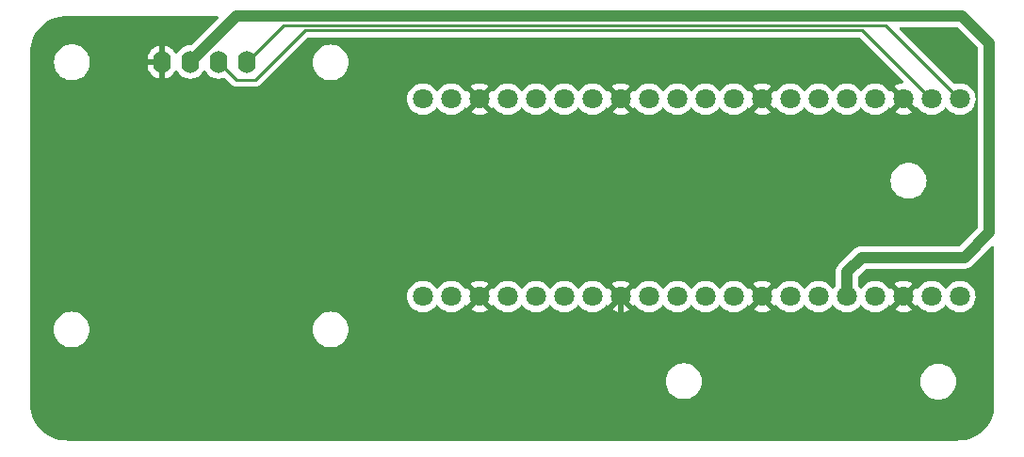
<source format=gbl>
%TF.GenerationSoftware,KiCad,Pcbnew,(6.0.1)*%
%TF.CreationDate,2022-04-02T11:09:09-06:00*%
%TF.ProjectId,PicoFlasher_Breakout_Board_V1.3_SMD,5069636f-466c-4617-9368-65725f427265,rev?*%
%TF.SameCoordinates,Original*%
%TF.FileFunction,Copper,L2,Bot*%
%TF.FilePolarity,Positive*%
%FSLAX46Y46*%
G04 Gerber Fmt 4.6, Leading zero omitted, Abs format (unit mm)*
G04 Created by KiCad (PCBNEW (6.0.1)) date 2022-04-02 11:09:09*
%MOMM*%
%LPD*%
G01*
G04 APERTURE LIST*
%TA.AperFunction,ComponentPad*%
%ADD10O,1.600000X2.000000*%
%TD*%
%TA.AperFunction,ComponentPad*%
%ADD11C,1.800000*%
%TD*%
%TA.AperFunction,ViaPad*%
%ADD12C,0.800000*%
%TD*%
%TA.AperFunction,Conductor*%
%ADD13C,0.500000*%
%TD*%
%TA.AperFunction,Conductor*%
%ADD14C,0.250000*%
%TD*%
%TA.AperFunction,Conductor*%
%ADD15C,1.000000*%
%TD*%
G04 APERTURE END LIST*
D10*
%TO.P,U2,1,GND*%
%TO.N,GND*%
X100630000Y-68150000D03*
%TO.P,U2,2,VCC*%
%TO.N,3.3 Out*%
X103170000Y-68150000D03*
%TO.P,U2,3,SCL*%
%TO.N,OLED Clock*%
X105710000Y-68150000D03*
%TO.P,U2,4,SDA*%
%TO.N,OLED Data*%
X108250000Y-68150000D03*
%TD*%
D11*
%TO.P,U1,1,GP0*%
%TO.N,OLED Data*%
X172330000Y-71500000D03*
%TO.P,U1,2,GP1*%
%TO.N,OLED Clock*%
X169790000Y-71500000D03*
%TO.P,U1,3,GND_1*%
%TO.N,GND*%
X167250000Y-71500000D03*
%TO.P,U1,4,GP2*%
%TO.N,Debug*%
X164710000Y-71500000D03*
%TO.P,U1,5,GP3*%
%TO.N,SPI*%
X162170000Y-71500000D03*
%TO.P,U1,6,GP4*%
%TO.N,eMMC*%
X159630000Y-71500000D03*
%TO.P,U1,7,GP5*%
%TO.N,unconnected-(U1-Pad7)*%
X157090000Y-71500000D03*
%TO.P,U1,8,GND_2*%
%TO.N,GND*%
X154550000Y-71500000D03*
%TO.P,U1,9,GP6*%
%TO.N,E-Red*%
X152010000Y-71500000D03*
%TO.P,U1,10,GP7*%
%TO.N,E-Orange*%
X149470000Y-71500000D03*
%TO.P,U1,11,GP8*%
%TO.N,E-Blue*%
X146930000Y-71500000D03*
%TO.P,U1,12,GP9*%
%TO.N,E-Yellow*%
X144390000Y-71500000D03*
%TO.P,U1,13,GND_3*%
%TO.N,GND*%
X141850000Y-71500000D03*
%TO.P,U1,14,GP10*%
%TO.N,unconnected-(U1-Pad14)*%
X139310000Y-71500000D03*
%TO.P,U1,15,GP11*%
%TO.N,A_Red*%
X136770000Y-71500000D03*
%TO.P,U1,16,GP12*%
%TO.N,A_Black*%
X134230000Y-71500000D03*
%TO.P,U1,17,GP13*%
%TO.N,A_Yellow*%
X131690000Y-71500000D03*
%TO.P,U1,18,GND_4*%
%TO.N,GND*%
X129150000Y-71500000D03*
%TO.P,U1,19,GP14*%
%TO.N,A_Green*%
X126610000Y-71500000D03*
%TO.P,U1,20,GP15*%
%TO.N,A_Blue*%
X124070000Y-71500000D03*
%TO.P,U1,21,GP16*%
%TO.N,S-Orange*%
X124070000Y-89280000D03*
%TO.P,U1,22,GP17*%
%TO.N,S-Brown*%
X126610000Y-89280000D03*
%TO.P,U1,23,GND_5*%
%TO.N,GND*%
X129150000Y-89280000D03*
%TO.P,U1,24,GP18*%
%TO.N,S-Red*%
X131690000Y-89280000D03*
%TO.P,U1,25,GP19*%
%TO.N,S-Black*%
X134230000Y-89280000D03*
%TO.P,U1,26,GP20*%
%TO.N,S-Blue*%
X136770000Y-89280000D03*
%TO.P,U1,27,GP21*%
%TO.N,E-Green*%
X139310000Y-89280000D03*
%TO.P,U1,28,GND_6*%
%TO.N,GND*%
X141850000Y-89280000D03*
%TO.P,U1,29,GP22*%
%TO.N,unconnected-(U1-Pad29)*%
X144390000Y-89280000D03*
%TO.P,U1,30,RUN*%
%TO.N,unconnected-(U1-Pad30)*%
X146930000Y-89280000D03*
%TO.P,U1,31,GP26_A0*%
%TO.N,unconnected-(U1-Pad31)*%
X149470000Y-89280000D03*
%TO.P,U1,32,GP27_A1*%
%TO.N,unconnected-(U1-Pad32)*%
X152010000Y-89280000D03*
%TO.P,U1,33,GND_7*%
%TO.N,GND*%
X154550000Y-89280000D03*
%TO.P,U1,34,GP28_A2*%
%TO.N,unconnected-(U1-Pad34)*%
X157090000Y-89280000D03*
%TO.P,U1,35,ADC_VREF*%
%TO.N,unconnected-(U1-Pad35)*%
X159630000Y-89280000D03*
%TO.P,U1,36,3V3(OUT)*%
%TO.N,3.3 Out*%
X162170000Y-89280000D03*
%TO.P,U1,37,3V3_EN*%
%TO.N,unconnected-(U1-Pad37)*%
X164710000Y-89280000D03*
%TO.P,U1,38,GND_8*%
%TO.N,GND*%
X167250000Y-89280000D03*
%TO.P,U1,39,VSYS*%
%TO.N,unconnected-(U1-Pad39)*%
X169790000Y-89280000D03*
%TO.P,U1,40,VBUS*%
%TO.N,unconnected-(U1-Pad40)*%
X172330000Y-89280000D03*
%TD*%
D12*
%TO.N,GND*%
X115500000Y-100600000D03*
X167800000Y-100800000D03*
X133300000Y-100800000D03*
X94750000Y-94250000D03*
X122700000Y-82400000D03*
X140200000Y-95100000D03*
X141750000Y-75650000D03*
X152300000Y-100700000D03*
X141750000Y-81350000D03*
X144800000Y-94500000D03*
X131500000Y-95500000D03*
X104800000Y-100700000D03*
X152300000Y-80150000D03*
X146800000Y-100700000D03*
%TD*%
D13*
%TO.N,GND*%
X141852000Y-91452000D02*
X141850000Y-91450000D01*
X141850000Y-91450000D02*
X141850000Y-89280000D01*
X141852000Y-91748000D02*
X141852000Y-92148000D01*
X141852000Y-93448000D02*
X140200000Y-95100000D01*
X141852000Y-91452000D02*
X141852000Y-91748000D01*
X141852000Y-91748000D02*
X141852000Y-93448000D01*
D14*
%TO.N,OLED Data*%
X172332000Y-71540000D02*
X165632825Y-64840825D01*
X111559175Y-64840825D02*
X108250000Y-68150000D01*
X165632825Y-64840825D02*
X111559175Y-64840825D01*
%TO.N,OLED Clock*%
X163542345Y-65290345D02*
X169792000Y-71540000D01*
X107310000Y-69750000D02*
X109000000Y-69750000D01*
X113459655Y-65290345D02*
X163542345Y-65290345D01*
X105710000Y-68150000D02*
X107310000Y-69750000D01*
X109000000Y-69750000D02*
X113459655Y-65290345D01*
D15*
%TO.N,3.3 Out*%
X172516305Y-64016305D02*
X175000000Y-66500000D01*
X175000000Y-83500000D02*
X172750000Y-85750000D01*
X103170000Y-68150000D02*
X107303695Y-64016305D01*
X162170000Y-87080000D02*
X162170000Y-89280000D01*
X163500000Y-85750000D02*
X162170000Y-87080000D01*
X175000000Y-66500000D02*
X175000000Y-83500000D01*
X172750000Y-85750000D02*
X163500000Y-85750000D01*
X107303695Y-64016305D02*
X172516305Y-64016305D01*
%TD*%
%TA.AperFunction,Conductor*%
%TO.N,GND*%
G36*
X105649697Y-64028002D02*
G01*
X105696190Y-64081658D01*
X105706294Y-64151932D01*
X105676800Y-64216512D01*
X105670671Y-64223095D01*
X103291790Y-66601976D01*
X103229478Y-66636002D01*
X103191712Y-66638401D01*
X103175484Y-66636981D01*
X103175475Y-66636981D01*
X103170000Y-66636502D01*
X102941913Y-66656457D01*
X102936600Y-66657881D01*
X102936598Y-66657881D01*
X102726067Y-66714293D01*
X102726065Y-66714294D01*
X102720757Y-66715716D01*
X102715776Y-66718039D01*
X102715775Y-66718039D01*
X102518238Y-66810151D01*
X102518233Y-66810154D01*
X102513251Y-66812477D01*
X102435256Y-66867090D01*
X102330211Y-66940643D01*
X102330208Y-66940645D01*
X102325700Y-66943802D01*
X102163802Y-67105700D01*
X102032477Y-67293251D01*
X102030154Y-67298233D01*
X102030151Y-67298238D01*
X102013919Y-67333049D01*
X101967002Y-67386334D01*
X101898725Y-67405795D01*
X101830765Y-67385253D01*
X101785529Y-67333049D01*
X101769414Y-67298489D01*
X101763931Y-67288993D01*
X101638972Y-67110533D01*
X101631916Y-67102125D01*
X101477875Y-66948084D01*
X101469467Y-66941028D01*
X101291007Y-66816069D01*
X101281511Y-66810586D01*
X101084053Y-66718510D01*
X101073761Y-66714764D01*
X100901497Y-66668606D01*
X100887401Y-66668942D01*
X100884000Y-66676884D01*
X100884000Y-69617967D01*
X100887973Y-69631498D01*
X100896522Y-69632727D01*
X101073761Y-69585236D01*
X101084053Y-69581490D01*
X101281511Y-69489414D01*
X101291007Y-69483931D01*
X101469467Y-69358972D01*
X101477875Y-69351916D01*
X101631916Y-69197875D01*
X101638972Y-69189467D01*
X101763931Y-69011007D01*
X101769414Y-69001511D01*
X101785529Y-68966951D01*
X101832446Y-68913666D01*
X101900723Y-68894205D01*
X101968683Y-68914747D01*
X102013919Y-68966951D01*
X102030151Y-69001762D01*
X102030154Y-69001767D01*
X102032477Y-69006749D01*
X102035634Y-69011257D01*
X102134278Y-69152135D01*
X102163802Y-69194300D01*
X102325700Y-69356198D01*
X102330208Y-69359355D01*
X102330211Y-69359357D01*
X102408389Y-69414098D01*
X102513251Y-69487523D01*
X102518233Y-69489846D01*
X102518238Y-69489849D01*
X102659966Y-69555937D01*
X102720757Y-69584284D01*
X102726065Y-69585706D01*
X102726067Y-69585707D01*
X102936598Y-69642119D01*
X102936600Y-69642119D01*
X102941913Y-69643543D01*
X103170000Y-69663498D01*
X103398087Y-69643543D01*
X103403400Y-69642119D01*
X103403402Y-69642119D01*
X103613933Y-69585707D01*
X103613935Y-69585706D01*
X103619243Y-69584284D01*
X103680034Y-69555937D01*
X103821762Y-69489849D01*
X103821767Y-69489846D01*
X103826749Y-69487523D01*
X103931611Y-69414098D01*
X104009789Y-69359357D01*
X104009792Y-69359355D01*
X104014300Y-69356198D01*
X104176198Y-69194300D01*
X104205723Y-69152135D01*
X104304366Y-69011257D01*
X104307523Y-69006749D01*
X104309846Y-69001767D01*
X104309849Y-69001762D01*
X104325805Y-68967543D01*
X104372722Y-68914258D01*
X104440999Y-68894797D01*
X104508959Y-68915339D01*
X104554195Y-68967543D01*
X104570151Y-69001762D01*
X104570154Y-69001767D01*
X104572477Y-69006749D01*
X104575634Y-69011257D01*
X104674278Y-69152135D01*
X104703802Y-69194300D01*
X104865700Y-69356198D01*
X104870208Y-69359355D01*
X104870211Y-69359357D01*
X104948389Y-69414098D01*
X105053251Y-69487523D01*
X105058233Y-69489846D01*
X105058238Y-69489849D01*
X105199966Y-69555937D01*
X105260757Y-69584284D01*
X105266065Y-69585706D01*
X105266067Y-69585707D01*
X105476598Y-69642119D01*
X105476600Y-69642119D01*
X105481913Y-69643543D01*
X105710000Y-69663498D01*
X105938087Y-69643543D01*
X105943400Y-69642119D01*
X105943402Y-69642119D01*
X106159243Y-69584284D01*
X106159815Y-69586418D01*
X106221849Y-69583594D01*
X106280981Y-69616885D01*
X106806343Y-70142247D01*
X106813887Y-70150537D01*
X106818000Y-70157018D01*
X106823777Y-70162443D01*
X106867667Y-70203658D01*
X106870509Y-70206413D01*
X106890231Y-70226135D01*
X106893373Y-70228572D01*
X106893433Y-70228619D01*
X106902445Y-70236317D01*
X106915878Y-70248931D01*
X106934679Y-70266586D01*
X106941622Y-70270403D01*
X106952431Y-70276345D01*
X106968953Y-70287198D01*
X106984959Y-70299614D01*
X106992237Y-70302764D01*
X106992238Y-70302764D01*
X107025537Y-70317174D01*
X107036187Y-70322391D01*
X107074940Y-70343695D01*
X107082615Y-70345666D01*
X107082616Y-70345666D01*
X107094562Y-70348733D01*
X107113267Y-70355137D01*
X107131855Y-70363181D01*
X107139678Y-70364420D01*
X107139688Y-70364423D01*
X107175524Y-70370099D01*
X107187144Y-70372505D01*
X107218959Y-70380673D01*
X107229970Y-70383500D01*
X107250224Y-70383500D01*
X107269934Y-70385051D01*
X107289943Y-70388220D01*
X107297835Y-70387474D01*
X107316580Y-70385702D01*
X107333962Y-70384059D01*
X107345819Y-70383500D01*
X108921233Y-70383500D01*
X108932416Y-70384027D01*
X108939909Y-70385702D01*
X108947835Y-70385453D01*
X108947836Y-70385453D01*
X109007986Y-70383562D01*
X109011945Y-70383500D01*
X109039856Y-70383500D01*
X109043791Y-70383003D01*
X109043856Y-70382995D01*
X109055693Y-70382062D01*
X109087951Y-70381048D01*
X109091970Y-70380922D01*
X109099889Y-70380673D01*
X109119343Y-70375021D01*
X109138700Y-70371013D01*
X109150930Y-70369468D01*
X109150931Y-70369468D01*
X109158797Y-70368474D01*
X109166168Y-70365555D01*
X109166170Y-70365555D01*
X109199912Y-70352196D01*
X109211142Y-70348351D01*
X109245983Y-70338229D01*
X109245984Y-70338229D01*
X109253593Y-70336018D01*
X109260412Y-70331985D01*
X109260417Y-70331983D01*
X109271028Y-70325707D01*
X109288776Y-70317012D01*
X109307617Y-70309552D01*
X109318476Y-70301663D01*
X109343387Y-70283564D01*
X109353307Y-70277048D01*
X109384535Y-70258580D01*
X109384538Y-70258578D01*
X109391362Y-70254542D01*
X109405683Y-70240221D01*
X109420717Y-70227380D01*
X109422431Y-70226135D01*
X109437107Y-70215472D01*
X109465298Y-70181395D01*
X109473288Y-70172616D01*
X111445904Y-68200000D01*
X114170026Y-68200000D01*
X114189891Y-68452403D01*
X114248995Y-68698591D01*
X114250888Y-68703162D01*
X114250889Y-68703164D01*
X114338775Y-68915339D01*
X114345884Y-68932502D01*
X114478172Y-69148376D01*
X114642602Y-69340898D01*
X114835124Y-69505328D01*
X115050998Y-69637616D01*
X115055568Y-69639509D01*
X115055572Y-69639511D01*
X115280336Y-69732611D01*
X115284909Y-69734505D01*
X115369532Y-69754821D01*
X115526284Y-69792454D01*
X115526290Y-69792455D01*
X115531097Y-69793609D01*
X115630916Y-69801465D01*
X115717845Y-69808307D01*
X115717852Y-69808307D01*
X115720301Y-69808500D01*
X115846699Y-69808500D01*
X115849148Y-69808307D01*
X115849155Y-69808307D01*
X115936084Y-69801465D01*
X116035903Y-69793609D01*
X116040710Y-69792455D01*
X116040716Y-69792454D01*
X116197468Y-69754821D01*
X116282091Y-69734505D01*
X116286664Y-69732611D01*
X116511428Y-69639511D01*
X116511432Y-69639509D01*
X116516002Y-69637616D01*
X116731876Y-69505328D01*
X116924398Y-69340898D01*
X117088828Y-69148376D01*
X117221116Y-68932502D01*
X117228226Y-68915339D01*
X117316111Y-68703164D01*
X117316112Y-68703162D01*
X117318005Y-68698591D01*
X117377109Y-68452403D01*
X117396974Y-68200000D01*
X117377109Y-67947597D01*
X117371108Y-67922597D01*
X117329649Y-67749911D01*
X117318005Y-67701409D01*
X117307650Y-67676409D01*
X117223011Y-67472072D01*
X117223009Y-67472068D01*
X117221116Y-67467498D01*
X117088828Y-67251624D01*
X116924398Y-67059102D01*
X116731876Y-66894672D01*
X116516002Y-66762384D01*
X116511432Y-66760491D01*
X116511428Y-66760489D01*
X116286664Y-66667389D01*
X116286662Y-66667388D01*
X116282091Y-66665495D01*
X116173147Y-66639340D01*
X116040716Y-66607546D01*
X116040710Y-66607545D01*
X116035903Y-66606391D01*
X115936084Y-66598535D01*
X115849155Y-66591693D01*
X115849148Y-66591693D01*
X115846699Y-66591500D01*
X115720301Y-66591500D01*
X115717852Y-66591693D01*
X115717845Y-66591693D01*
X115630916Y-66598535D01*
X115531097Y-66606391D01*
X115526290Y-66607545D01*
X115526284Y-66607546D01*
X115393853Y-66639340D01*
X115284909Y-66665495D01*
X115280338Y-66667388D01*
X115280336Y-66667389D01*
X115055572Y-66760489D01*
X115055568Y-66760491D01*
X115050998Y-66762384D01*
X114835124Y-66894672D01*
X114642602Y-67059102D01*
X114478172Y-67251624D01*
X114345884Y-67467498D01*
X114343991Y-67472068D01*
X114343989Y-67472072D01*
X114259350Y-67676409D01*
X114248995Y-67701409D01*
X114237351Y-67749911D01*
X114195893Y-67922597D01*
X114189891Y-67947597D01*
X114170026Y-68200000D01*
X111445904Y-68200000D01*
X113685154Y-65960750D01*
X113747466Y-65926724D01*
X113774249Y-65923845D01*
X163227751Y-65923845D01*
X163295872Y-65943847D01*
X163316846Y-65960750D01*
X167232311Y-69876216D01*
X167266336Y-69938526D01*
X167261271Y-70009341D01*
X167218724Y-70066177D01*
X167152002Y-70091002D01*
X167146334Y-70091398D01*
X166927693Y-70124855D01*
X166917666Y-70127244D01*
X166707426Y-70195961D01*
X166697916Y-70199958D01*
X166501725Y-70302089D01*
X166493007Y-70307578D01*
X166463961Y-70329386D01*
X166455508Y-70340711D01*
X166462251Y-70353040D01*
X167250000Y-71140790D01*
X168396304Y-72287093D01*
X168408314Y-72293651D01*
X168434949Y-72273303D01*
X168435828Y-72274453D01*
X168472672Y-72245734D01*
X168543376Y-72239289D01*
X168606340Y-72272092D01*
X168626432Y-72297074D01*
X168646800Y-72330313D01*
X168646804Y-72330318D01*
X168649501Y-72334719D01*
X168801147Y-72509784D01*
X168979349Y-72657730D01*
X169179322Y-72774584D01*
X169395694Y-72857209D01*
X169400760Y-72858240D01*
X169400761Y-72858240D01*
X169453846Y-72869040D01*
X169622656Y-72903385D01*
X169753324Y-72908176D01*
X169848949Y-72911683D01*
X169848953Y-72911683D01*
X169854113Y-72911872D01*
X169859233Y-72911216D01*
X169859235Y-72911216D01*
X169932291Y-72901857D01*
X170083847Y-72882442D01*
X170088795Y-72880957D01*
X170088802Y-72880956D01*
X170300747Y-72817369D01*
X170305690Y-72815886D01*
X170387161Y-72775974D01*
X170509049Y-72716262D01*
X170509052Y-72716260D01*
X170513684Y-72713991D01*
X170702243Y-72579494D01*
X170866303Y-72416005D01*
X170869319Y-72411808D01*
X170869326Y-72411800D01*
X170956960Y-72289844D01*
X171012954Y-72246196D01*
X171083658Y-72239750D01*
X171146622Y-72272553D01*
X171166715Y-72297536D01*
X171186800Y-72330313D01*
X171186804Y-72330318D01*
X171189501Y-72334719D01*
X171341147Y-72509784D01*
X171519349Y-72657730D01*
X171719322Y-72774584D01*
X171935694Y-72857209D01*
X171940760Y-72858240D01*
X171940761Y-72858240D01*
X171993846Y-72869040D01*
X172162656Y-72903385D01*
X172293324Y-72908176D01*
X172388949Y-72911683D01*
X172388953Y-72911683D01*
X172394113Y-72911872D01*
X172399233Y-72911216D01*
X172399235Y-72911216D01*
X172472291Y-72901857D01*
X172623847Y-72882442D01*
X172628795Y-72880957D01*
X172628802Y-72880956D01*
X172840747Y-72817369D01*
X172845690Y-72815886D01*
X172927161Y-72775974D01*
X173049049Y-72716262D01*
X173049052Y-72716260D01*
X173053684Y-72713991D01*
X173242243Y-72579494D01*
X173406303Y-72416005D01*
X173541458Y-72227917D01*
X173588641Y-72132450D01*
X173641784Y-72024922D01*
X173641785Y-72024920D01*
X173644078Y-72020280D01*
X173711408Y-71798671D01*
X173740578Y-71577108D01*
X173766673Y-71518122D01*
X173744604Y-71483783D01*
X173739924Y-71458609D01*
X173724773Y-71274318D01*
X173724772Y-71274312D01*
X173724349Y-71269167D01*
X173690797Y-71135592D01*
X173669184Y-71049544D01*
X173669183Y-71049540D01*
X173667925Y-71044533D01*
X173665866Y-71039797D01*
X173577630Y-70836868D01*
X173577628Y-70836865D01*
X173575570Y-70832131D01*
X173449764Y-70637665D01*
X173293887Y-70466358D01*
X173289836Y-70463159D01*
X173289832Y-70463155D01*
X173116177Y-70326011D01*
X173116172Y-70326008D01*
X173112123Y-70322810D01*
X173107607Y-70320317D01*
X173107604Y-70320315D01*
X172913879Y-70213373D01*
X172913875Y-70213371D01*
X172909355Y-70210876D01*
X172904486Y-70209152D01*
X172904482Y-70209150D01*
X172695903Y-70135288D01*
X172695899Y-70135287D01*
X172691028Y-70133562D01*
X172685935Y-70132655D01*
X172685932Y-70132654D01*
X172468095Y-70093851D01*
X172468089Y-70093850D01*
X172463006Y-70092945D01*
X172390096Y-70092054D01*
X172236581Y-70090179D01*
X172236579Y-70090179D01*
X172231411Y-70090116D01*
X172002464Y-70125150D01*
X171980403Y-70132361D01*
X171933246Y-70147773D01*
X171862282Y-70149924D01*
X171805007Y-70117103D01*
X166927805Y-65239900D01*
X166893779Y-65177588D01*
X166898844Y-65106773D01*
X166941391Y-65049937D01*
X167007911Y-65025126D01*
X167016900Y-65024805D01*
X172046380Y-65024805D01*
X172114501Y-65044807D01*
X172135475Y-65061710D01*
X173954595Y-66880829D01*
X173988620Y-66943141D01*
X173991500Y-66969924D01*
X173991500Y-71448285D01*
X173971498Y-71516406D01*
X173965317Y-71521762D01*
X173989995Y-71574141D01*
X173991500Y-71593555D01*
X173991500Y-83030076D01*
X173971498Y-83098197D01*
X173954595Y-83119171D01*
X172369171Y-84704595D01*
X172306859Y-84738621D01*
X172280076Y-84741500D01*
X163561843Y-84741500D01*
X163548236Y-84740763D01*
X163516738Y-84737341D01*
X163516733Y-84737341D01*
X163510612Y-84736676D01*
X163484362Y-84738973D01*
X163460612Y-84741050D01*
X163455786Y-84741379D01*
X163453314Y-84741500D01*
X163450231Y-84741500D01*
X163438262Y-84742674D01*
X163407494Y-84745690D01*
X163406181Y-84745812D01*
X163365973Y-84749330D01*
X163313587Y-84753913D01*
X163308468Y-84755400D01*
X163303167Y-84755920D01*
X163214166Y-84782791D01*
X163213033Y-84783126D01*
X163129586Y-84807370D01*
X163129582Y-84807372D01*
X163123664Y-84809091D01*
X163118932Y-84811544D01*
X163113831Y-84813084D01*
X163108388Y-84815978D01*
X163031740Y-84856731D01*
X163030574Y-84857343D01*
X162953547Y-84897271D01*
X162948074Y-84900108D01*
X162943911Y-84903431D01*
X162939204Y-84905934D01*
X162867082Y-84964755D01*
X162866226Y-84965446D01*
X162827027Y-84996738D01*
X162824523Y-84999242D01*
X162823805Y-84999884D01*
X162819472Y-85003585D01*
X162785938Y-85030935D01*
X162782011Y-85035682D01*
X162782009Y-85035684D01*
X162756713Y-85066262D01*
X162748723Y-85075042D01*
X161500621Y-86323145D01*
X161490478Y-86332247D01*
X161460975Y-86355968D01*
X161457008Y-86360696D01*
X161428709Y-86394421D01*
X161425528Y-86398069D01*
X161423885Y-86399881D01*
X161421691Y-86402075D01*
X161394358Y-86435349D01*
X161393696Y-86436147D01*
X161333846Y-86507474D01*
X161331278Y-86512144D01*
X161327897Y-86516261D01*
X161317691Y-86535296D01*
X161284023Y-86598086D01*
X161283394Y-86599245D01*
X161241538Y-86675381D01*
X161241535Y-86675389D01*
X161238567Y-86680787D01*
X161236955Y-86685869D01*
X161234438Y-86690563D01*
X161207238Y-86779531D01*
X161206918Y-86780559D01*
X161178765Y-86869306D01*
X161178171Y-86874602D01*
X161176613Y-86879698D01*
X161175990Y-86885834D01*
X161167218Y-86972187D01*
X161167089Y-86973393D01*
X161161500Y-87023227D01*
X161161500Y-87026754D01*
X161161445Y-87027739D01*
X161160998Y-87033419D01*
X161156626Y-87076462D01*
X161157206Y-87082593D01*
X161160941Y-87122109D01*
X161161500Y-87133967D01*
X161161500Y-88246006D01*
X161141498Y-88314127D01*
X161126594Y-88333057D01*
X161071639Y-88390564D01*
X161004306Y-88489271D01*
X160949397Y-88534271D01*
X160878872Y-88542442D01*
X160815125Y-88511188D01*
X160794428Y-88486705D01*
X160752571Y-88422004D01*
X160749764Y-88417665D01*
X160593887Y-88246358D01*
X160589836Y-88243159D01*
X160589832Y-88243155D01*
X160416177Y-88106011D01*
X160416172Y-88106008D01*
X160412123Y-88102810D01*
X160407607Y-88100317D01*
X160407604Y-88100315D01*
X160213879Y-87993373D01*
X160213875Y-87993371D01*
X160209355Y-87990876D01*
X160204486Y-87989152D01*
X160204482Y-87989150D01*
X159995903Y-87915288D01*
X159995899Y-87915287D01*
X159991028Y-87913562D01*
X159985935Y-87912655D01*
X159985932Y-87912654D01*
X159768095Y-87873851D01*
X159768089Y-87873850D01*
X159763006Y-87872945D01*
X159690096Y-87872054D01*
X159536581Y-87870179D01*
X159536579Y-87870179D01*
X159531411Y-87870116D01*
X159302464Y-87905150D01*
X159082314Y-87977106D01*
X159077726Y-87979494D01*
X159077722Y-87979496D01*
X158881461Y-88081663D01*
X158876872Y-88084052D01*
X158872739Y-88087155D01*
X158872736Y-88087157D01*
X158813284Y-88131795D01*
X158691655Y-88223117D01*
X158531639Y-88390564D01*
X158464306Y-88489271D01*
X158409397Y-88534271D01*
X158338872Y-88542442D01*
X158275125Y-88511188D01*
X158254428Y-88486705D01*
X158212571Y-88422004D01*
X158209764Y-88417665D01*
X158053887Y-88246358D01*
X158049836Y-88243159D01*
X158049832Y-88243155D01*
X157876177Y-88106011D01*
X157876172Y-88106008D01*
X157872123Y-88102810D01*
X157867607Y-88100317D01*
X157867604Y-88100315D01*
X157673879Y-87993373D01*
X157673875Y-87993371D01*
X157669355Y-87990876D01*
X157664486Y-87989152D01*
X157664482Y-87989150D01*
X157455903Y-87915288D01*
X157455899Y-87915287D01*
X157451028Y-87913562D01*
X157445935Y-87912655D01*
X157445932Y-87912654D01*
X157228095Y-87873851D01*
X157228089Y-87873850D01*
X157223006Y-87872945D01*
X157150096Y-87872054D01*
X156996581Y-87870179D01*
X156996579Y-87870179D01*
X156991411Y-87870116D01*
X156762464Y-87905150D01*
X156542314Y-87977106D01*
X156537726Y-87979494D01*
X156537722Y-87979496D01*
X156341461Y-88081663D01*
X156336872Y-88084052D01*
X156332739Y-88087155D01*
X156332736Y-88087157D01*
X156273284Y-88131795D01*
X156151655Y-88223117D01*
X155991639Y-88390564D01*
X155975763Y-88413838D01*
X155924002Y-88489716D01*
X155869090Y-88534718D01*
X155798565Y-88542889D01*
X155734819Y-88511634D01*
X155724979Y-88499994D01*
X155708538Y-88485835D01*
X155698973Y-88490238D01*
X154922021Y-89267189D01*
X154914408Y-89281132D01*
X154914539Y-89282966D01*
X154918790Y-89289580D01*
X155696307Y-90067096D01*
X155708313Y-90073652D01*
X155734948Y-90053304D01*
X155735827Y-90054454D01*
X155772672Y-90025734D01*
X155843376Y-90019289D01*
X155906340Y-90052092D01*
X155926432Y-90077074D01*
X155946800Y-90110313D01*
X155946804Y-90110318D01*
X155949501Y-90114719D01*
X156101147Y-90289784D01*
X156279349Y-90437730D01*
X156479322Y-90554584D01*
X156695694Y-90637209D01*
X156700760Y-90638240D01*
X156700761Y-90638240D01*
X156753846Y-90649040D01*
X156922656Y-90683385D01*
X157053324Y-90688176D01*
X157148949Y-90691683D01*
X157148953Y-90691683D01*
X157154113Y-90691872D01*
X157159233Y-90691216D01*
X157159235Y-90691216D01*
X157232291Y-90681857D01*
X157383847Y-90662442D01*
X157388795Y-90660957D01*
X157388802Y-90660956D01*
X157600747Y-90597369D01*
X157605690Y-90595886D01*
X157687161Y-90555974D01*
X157809049Y-90496262D01*
X157809052Y-90496260D01*
X157813684Y-90493991D01*
X158002243Y-90359494D01*
X158166303Y-90196005D01*
X158169319Y-90191808D01*
X158169326Y-90191800D01*
X158256960Y-90069844D01*
X158312954Y-90026196D01*
X158383658Y-90019750D01*
X158446622Y-90052553D01*
X158466715Y-90077536D01*
X158486800Y-90110313D01*
X158486804Y-90110318D01*
X158489501Y-90114719D01*
X158641147Y-90289784D01*
X158819349Y-90437730D01*
X159019322Y-90554584D01*
X159235694Y-90637209D01*
X159240760Y-90638240D01*
X159240761Y-90638240D01*
X159293846Y-90649040D01*
X159462656Y-90683385D01*
X159593324Y-90688176D01*
X159688949Y-90691683D01*
X159688953Y-90691683D01*
X159694113Y-90691872D01*
X159699233Y-90691216D01*
X159699235Y-90691216D01*
X159772291Y-90681857D01*
X159923847Y-90662442D01*
X159928795Y-90660957D01*
X159928802Y-90660956D01*
X160140747Y-90597369D01*
X160145690Y-90595886D01*
X160227161Y-90555974D01*
X160349049Y-90496262D01*
X160349052Y-90496260D01*
X160353684Y-90493991D01*
X160542243Y-90359494D01*
X160706303Y-90196005D01*
X160709319Y-90191808D01*
X160709326Y-90191800D01*
X160796960Y-90069844D01*
X160852954Y-90026196D01*
X160923658Y-90019750D01*
X160986622Y-90052553D01*
X161006715Y-90077536D01*
X161026800Y-90110313D01*
X161026804Y-90110318D01*
X161029501Y-90114719D01*
X161181147Y-90289784D01*
X161359349Y-90437730D01*
X161559322Y-90554584D01*
X161775694Y-90637209D01*
X161780760Y-90638240D01*
X161780761Y-90638240D01*
X161833846Y-90649040D01*
X162002656Y-90683385D01*
X162133324Y-90688176D01*
X162228949Y-90691683D01*
X162228953Y-90691683D01*
X162234113Y-90691872D01*
X162239233Y-90691216D01*
X162239235Y-90691216D01*
X162312291Y-90681857D01*
X162463847Y-90662442D01*
X162468795Y-90660957D01*
X162468802Y-90660956D01*
X162680747Y-90597369D01*
X162685690Y-90595886D01*
X162767161Y-90555974D01*
X162889049Y-90496262D01*
X162889052Y-90496260D01*
X162893684Y-90493991D01*
X163082243Y-90359494D01*
X163246303Y-90196005D01*
X163249319Y-90191808D01*
X163249326Y-90191800D01*
X163336960Y-90069844D01*
X163392954Y-90026196D01*
X163463658Y-90019750D01*
X163526622Y-90052553D01*
X163546715Y-90077536D01*
X163566800Y-90110313D01*
X163566804Y-90110318D01*
X163569501Y-90114719D01*
X163721147Y-90289784D01*
X163899349Y-90437730D01*
X164099322Y-90554584D01*
X164315694Y-90637209D01*
X164320760Y-90638240D01*
X164320761Y-90638240D01*
X164373846Y-90649040D01*
X164542656Y-90683385D01*
X164673324Y-90688176D01*
X164768949Y-90691683D01*
X164768953Y-90691683D01*
X164774113Y-90691872D01*
X164779233Y-90691216D01*
X164779235Y-90691216D01*
X164852291Y-90681857D01*
X165003847Y-90662442D01*
X165008795Y-90660957D01*
X165008802Y-90660956D01*
X165220747Y-90597369D01*
X165225690Y-90595886D01*
X165307161Y-90555974D01*
X165429049Y-90496262D01*
X165429052Y-90496260D01*
X165433684Y-90493991D01*
X165507406Y-90441406D01*
X166453423Y-90441406D01*
X166458704Y-90448461D01*
X166635080Y-90551527D01*
X166644363Y-90555974D01*
X166851003Y-90634883D01*
X166860901Y-90637759D01*
X167077653Y-90681857D01*
X167087883Y-90683076D01*
X167308914Y-90691182D01*
X167319223Y-90690714D01*
X167538623Y-90662608D01*
X167548688Y-90660468D01*
X167760557Y-90596905D01*
X167770152Y-90593144D01*
X167968778Y-90495838D01*
X167977636Y-90490559D01*
X168035097Y-90449572D01*
X168043497Y-90438874D01*
X168036510Y-90425721D01*
X167262811Y-89652021D01*
X167248868Y-89644408D01*
X167247034Y-89644539D01*
X167240420Y-89648790D01*
X166460180Y-90429031D01*
X166453423Y-90441406D01*
X165507406Y-90441406D01*
X165622243Y-90359494D01*
X165786303Y-90196005D01*
X165877275Y-90069404D01*
X165933270Y-90025756D01*
X166003973Y-90019310D01*
X166066938Y-90052113D01*
X166072142Y-90058584D01*
X166090553Y-90075242D01*
X166099331Y-90071458D01*
X166877979Y-89292811D01*
X166884356Y-89281132D01*
X167614408Y-89281132D01*
X167614539Y-89282966D01*
X167618790Y-89289580D01*
X168396307Y-90067096D01*
X168408313Y-90073652D01*
X168434948Y-90053304D01*
X168435827Y-90054454D01*
X168472672Y-90025734D01*
X168543376Y-90019289D01*
X168606340Y-90052092D01*
X168626432Y-90077074D01*
X168646800Y-90110313D01*
X168646804Y-90110318D01*
X168649501Y-90114719D01*
X168801147Y-90289784D01*
X168979349Y-90437730D01*
X169179322Y-90554584D01*
X169395694Y-90637209D01*
X169400760Y-90638240D01*
X169400761Y-90638240D01*
X169453846Y-90649040D01*
X169622656Y-90683385D01*
X169753324Y-90688176D01*
X169848949Y-90691683D01*
X169848953Y-90691683D01*
X169854113Y-90691872D01*
X169859233Y-90691216D01*
X169859235Y-90691216D01*
X169932291Y-90681857D01*
X170083847Y-90662442D01*
X170088795Y-90660957D01*
X170088802Y-90660956D01*
X170300747Y-90597369D01*
X170305690Y-90595886D01*
X170387161Y-90555974D01*
X170509049Y-90496262D01*
X170509052Y-90496260D01*
X170513684Y-90493991D01*
X170702243Y-90359494D01*
X170866303Y-90196005D01*
X170869319Y-90191808D01*
X170869326Y-90191800D01*
X170956960Y-90069844D01*
X171012954Y-90026196D01*
X171083658Y-90019750D01*
X171146622Y-90052553D01*
X171166715Y-90077536D01*
X171186800Y-90110313D01*
X171186804Y-90110318D01*
X171189501Y-90114719D01*
X171341147Y-90289784D01*
X171519349Y-90437730D01*
X171719322Y-90554584D01*
X171935694Y-90637209D01*
X171940760Y-90638240D01*
X171940761Y-90638240D01*
X171993846Y-90649040D01*
X172162656Y-90683385D01*
X172293324Y-90688176D01*
X172388949Y-90691683D01*
X172388953Y-90691683D01*
X172394113Y-90691872D01*
X172399233Y-90691216D01*
X172399235Y-90691216D01*
X172472291Y-90681857D01*
X172623847Y-90662442D01*
X172628795Y-90660957D01*
X172628802Y-90660956D01*
X172840747Y-90597369D01*
X172845690Y-90595886D01*
X172927161Y-90555974D01*
X173049049Y-90496262D01*
X173049052Y-90496260D01*
X173053684Y-90493991D01*
X173242243Y-90359494D01*
X173406303Y-90196005D01*
X173541458Y-90007917D01*
X173588641Y-89912450D01*
X173641784Y-89804922D01*
X173641785Y-89804920D01*
X173644078Y-89800280D01*
X173711408Y-89578671D01*
X173741640Y-89349041D01*
X173743327Y-89280000D01*
X173737032Y-89203434D01*
X173724773Y-89054318D01*
X173724772Y-89054312D01*
X173724349Y-89049167D01*
X173690797Y-88915592D01*
X173669184Y-88829544D01*
X173669183Y-88829540D01*
X173667925Y-88824533D01*
X173665866Y-88819797D01*
X173577630Y-88616868D01*
X173577628Y-88616865D01*
X173575570Y-88612131D01*
X173449764Y-88417665D01*
X173293887Y-88246358D01*
X173289836Y-88243159D01*
X173289832Y-88243155D01*
X173116177Y-88106011D01*
X173116172Y-88106008D01*
X173112123Y-88102810D01*
X173107607Y-88100317D01*
X173107604Y-88100315D01*
X172913879Y-87993373D01*
X172913875Y-87993371D01*
X172909355Y-87990876D01*
X172904486Y-87989152D01*
X172904482Y-87989150D01*
X172695903Y-87915288D01*
X172695899Y-87915287D01*
X172691028Y-87913562D01*
X172685935Y-87912655D01*
X172685932Y-87912654D01*
X172468095Y-87873851D01*
X172468089Y-87873850D01*
X172463006Y-87872945D01*
X172390096Y-87872054D01*
X172236581Y-87870179D01*
X172236579Y-87870179D01*
X172231411Y-87870116D01*
X172002464Y-87905150D01*
X171782314Y-87977106D01*
X171777726Y-87979494D01*
X171777722Y-87979496D01*
X171581461Y-88081663D01*
X171576872Y-88084052D01*
X171572739Y-88087155D01*
X171572736Y-88087157D01*
X171513284Y-88131795D01*
X171391655Y-88223117D01*
X171231639Y-88390564D01*
X171164306Y-88489271D01*
X171109397Y-88534271D01*
X171038872Y-88542442D01*
X170975125Y-88511188D01*
X170954428Y-88486705D01*
X170912571Y-88422004D01*
X170909764Y-88417665D01*
X170753887Y-88246358D01*
X170749836Y-88243159D01*
X170749832Y-88243155D01*
X170576177Y-88106011D01*
X170576172Y-88106008D01*
X170572123Y-88102810D01*
X170567607Y-88100317D01*
X170567604Y-88100315D01*
X170373879Y-87993373D01*
X170373875Y-87993371D01*
X170369355Y-87990876D01*
X170364486Y-87989152D01*
X170364482Y-87989150D01*
X170155903Y-87915288D01*
X170155899Y-87915287D01*
X170151028Y-87913562D01*
X170145935Y-87912655D01*
X170145932Y-87912654D01*
X169928095Y-87873851D01*
X169928089Y-87873850D01*
X169923006Y-87872945D01*
X169850096Y-87872054D01*
X169696581Y-87870179D01*
X169696579Y-87870179D01*
X169691411Y-87870116D01*
X169462464Y-87905150D01*
X169242314Y-87977106D01*
X169237726Y-87979494D01*
X169237722Y-87979496D01*
X169041461Y-88081663D01*
X169036872Y-88084052D01*
X169032739Y-88087155D01*
X169032736Y-88087157D01*
X168973284Y-88131795D01*
X168851655Y-88223117D01*
X168691639Y-88390564D01*
X168675763Y-88413838D01*
X168624002Y-88489716D01*
X168569090Y-88534718D01*
X168498565Y-88542889D01*
X168434819Y-88511634D01*
X168424979Y-88499994D01*
X168408538Y-88485835D01*
X168398973Y-88490238D01*
X167622021Y-89267189D01*
X167614408Y-89281132D01*
X166884356Y-89281132D01*
X166885592Y-89278868D01*
X166885461Y-89277034D01*
X166881210Y-89270420D01*
X166103862Y-88493073D01*
X166092330Y-88486776D01*
X166064674Y-88508444D01*
X166063534Y-88506989D01*
X166029695Y-88534724D01*
X165959171Y-88542898D01*
X165895422Y-88511646D01*
X165874722Y-88487159D01*
X165832575Y-88422009D01*
X165832570Y-88422003D01*
X165829764Y-88417665D01*
X165673887Y-88246358D01*
X165669836Y-88243159D01*
X165669832Y-88243155D01*
X165514790Y-88120711D01*
X166455508Y-88120711D01*
X166462251Y-88133040D01*
X167237189Y-88907979D01*
X167251132Y-88915592D01*
X167252966Y-88915461D01*
X167259580Y-88911210D01*
X168038994Y-88131795D01*
X168046011Y-88118944D01*
X168038237Y-88108274D01*
X168035902Y-88106430D01*
X168027320Y-88100729D01*
X167833678Y-87993833D01*
X167824272Y-87989606D01*
X167615772Y-87915772D01*
X167605809Y-87913140D01*
X167388047Y-87874350D01*
X167377796Y-87873381D01*
X167156616Y-87870679D01*
X167146332Y-87871399D01*
X166927693Y-87904855D01*
X166917666Y-87907244D01*
X166707426Y-87975961D01*
X166697916Y-87979958D01*
X166501725Y-88082089D01*
X166493007Y-88087578D01*
X166463961Y-88109386D01*
X166455508Y-88120711D01*
X165514790Y-88120711D01*
X165496177Y-88106011D01*
X165496172Y-88106008D01*
X165492123Y-88102810D01*
X165487607Y-88100317D01*
X165487604Y-88100315D01*
X165293879Y-87993373D01*
X165293875Y-87993371D01*
X165289355Y-87990876D01*
X165284486Y-87989152D01*
X165284482Y-87989150D01*
X165075903Y-87915288D01*
X165075899Y-87915287D01*
X165071028Y-87913562D01*
X165065935Y-87912655D01*
X165065932Y-87912654D01*
X164848095Y-87873851D01*
X164848089Y-87873850D01*
X164843006Y-87872945D01*
X164770096Y-87872054D01*
X164616581Y-87870179D01*
X164616579Y-87870179D01*
X164611411Y-87870116D01*
X164382464Y-87905150D01*
X164162314Y-87977106D01*
X164157726Y-87979494D01*
X164157722Y-87979496D01*
X163961461Y-88081663D01*
X163956872Y-88084052D01*
X163952739Y-88087155D01*
X163952736Y-88087157D01*
X163893284Y-88131795D01*
X163771655Y-88223117D01*
X163611639Y-88390564D01*
X163544306Y-88489271D01*
X163489397Y-88534271D01*
X163418872Y-88542442D01*
X163355125Y-88511188D01*
X163334428Y-88486705D01*
X163292571Y-88422004D01*
X163289764Y-88417665D01*
X163286282Y-88413838D01*
X163211306Y-88331440D01*
X163180254Y-88267594D01*
X163178500Y-88246641D01*
X163178500Y-87549926D01*
X163198502Y-87481805D01*
X163215404Y-87460831D01*
X163880829Y-86795405D01*
X163943142Y-86761380D01*
X163969925Y-86758500D01*
X172688157Y-86758500D01*
X172701764Y-86759237D01*
X172733262Y-86762659D01*
X172733267Y-86762659D01*
X172739388Y-86763324D01*
X172765638Y-86761027D01*
X172789388Y-86758950D01*
X172794214Y-86758621D01*
X172796686Y-86758500D01*
X172799769Y-86758500D01*
X172811738Y-86757326D01*
X172842506Y-86754310D01*
X172843819Y-86754188D01*
X172888084Y-86750315D01*
X172936413Y-86746087D01*
X172941532Y-86744600D01*
X172946833Y-86744080D01*
X173035834Y-86717209D01*
X173036967Y-86716874D01*
X173120414Y-86692630D01*
X173120418Y-86692628D01*
X173126336Y-86690909D01*
X173131068Y-86688456D01*
X173136169Y-86686916D01*
X173157864Y-86675381D01*
X173218260Y-86643269D01*
X173219426Y-86642657D01*
X173296453Y-86602729D01*
X173301926Y-86599892D01*
X173306089Y-86596569D01*
X173310796Y-86594066D01*
X173382918Y-86535245D01*
X173383774Y-86534554D01*
X173422973Y-86503262D01*
X173425477Y-86500758D01*
X173426195Y-86500116D01*
X173430528Y-86496415D01*
X173464062Y-86469065D01*
X173493288Y-86433737D01*
X173501277Y-86424958D01*
X175176905Y-84749330D01*
X175239217Y-84715304D01*
X175310032Y-84720369D01*
X175366868Y-84762916D01*
X175391679Y-84829436D01*
X175392000Y-84838425D01*
X175392000Y-99713851D01*
X175387707Y-99746462D01*
X175332097Y-99954000D01*
X175328021Y-99966544D01*
X175208895Y-100276876D01*
X175203531Y-100288924D01*
X175052612Y-100585120D01*
X175046021Y-100596536D01*
X174864967Y-100875334D01*
X174857221Y-100885996D01*
X174648016Y-101144344D01*
X174639190Y-101154145D01*
X174404145Y-101389190D01*
X174394344Y-101398016D01*
X174135996Y-101607221D01*
X174125334Y-101614967D01*
X173846536Y-101796021D01*
X173835120Y-101802612D01*
X173538924Y-101953531D01*
X173526875Y-101958895D01*
X173216536Y-102078023D01*
X173204000Y-102082097D01*
X172882902Y-102168135D01*
X172870002Y-102170877D01*
X172781285Y-102184928D01*
X172541665Y-102222880D01*
X172528557Y-102224257D01*
X172232666Y-102239764D01*
X172206688Y-102238436D01*
X172205144Y-102238195D01*
X172205140Y-102238195D01*
X172196270Y-102236814D01*
X172187368Y-102237978D01*
X172187365Y-102237978D01*
X172164749Y-102240936D01*
X172148411Y-102242000D01*
X92109328Y-102242000D01*
X92089943Y-102240500D01*
X92075142Y-102238195D01*
X92075139Y-102238195D01*
X92066270Y-102236814D01*
X92047589Y-102239257D01*
X92024658Y-102240148D01*
X91721443Y-102224257D01*
X91708335Y-102222880D01*
X91468715Y-102184928D01*
X91379998Y-102170877D01*
X91367098Y-102168135D01*
X91046000Y-102082097D01*
X91033464Y-102078023D01*
X90723125Y-101958895D01*
X90711076Y-101953531D01*
X90414880Y-101802612D01*
X90403464Y-101796021D01*
X90124666Y-101614967D01*
X90114004Y-101607221D01*
X89855656Y-101398016D01*
X89845855Y-101389190D01*
X89610810Y-101154145D01*
X89601984Y-101144344D01*
X89392779Y-100885996D01*
X89385033Y-100875334D01*
X89203979Y-100596536D01*
X89197388Y-100585120D01*
X89046469Y-100288924D01*
X89041105Y-100276876D01*
X88921979Y-99966544D01*
X88917903Y-99954000D01*
X88831865Y-99632902D01*
X88829123Y-99620002D01*
X88777121Y-99291671D01*
X88775743Y-99278554D01*
X88760236Y-98982670D01*
X88761564Y-98956688D01*
X88761805Y-98955144D01*
X88761805Y-98955140D01*
X88763186Y-98946270D01*
X88761547Y-98933730D01*
X88759064Y-98914749D01*
X88758000Y-98898411D01*
X88758000Y-96900000D01*
X145911526Y-96900000D01*
X145931391Y-97152403D01*
X145932545Y-97157210D01*
X145932546Y-97157216D01*
X145938548Y-97182216D01*
X145990495Y-97398591D01*
X145992388Y-97403162D01*
X145992389Y-97403164D01*
X146002745Y-97428164D01*
X146087384Y-97632502D01*
X146219672Y-97848376D01*
X146384102Y-98040898D01*
X146576624Y-98205328D01*
X146792498Y-98337616D01*
X146797068Y-98339509D01*
X146797072Y-98339511D01*
X146852853Y-98362616D01*
X147026409Y-98434505D01*
X147111032Y-98454821D01*
X147267784Y-98492454D01*
X147267790Y-98492455D01*
X147272597Y-98493609D01*
X147372416Y-98501465D01*
X147459345Y-98508307D01*
X147459352Y-98508307D01*
X147461801Y-98508500D01*
X147588199Y-98508500D01*
X147590648Y-98508307D01*
X147590655Y-98508307D01*
X147677584Y-98501465D01*
X147777403Y-98493609D01*
X147782210Y-98492455D01*
X147782216Y-98492454D01*
X147938968Y-98454821D01*
X148023591Y-98434505D01*
X148197147Y-98362616D01*
X148252928Y-98339511D01*
X148252932Y-98339509D01*
X148257502Y-98337616D01*
X148473376Y-98205328D01*
X148665898Y-98040898D01*
X148830328Y-97848376D01*
X148962616Y-97632502D01*
X149047256Y-97428164D01*
X149057611Y-97403164D01*
X149057612Y-97403162D01*
X149059505Y-97398591D01*
X149111452Y-97182216D01*
X149117454Y-97157216D01*
X149117455Y-97157210D01*
X149118609Y-97152403D01*
X149136506Y-96925000D01*
X168786526Y-96925000D01*
X168806391Y-97177403D01*
X168865495Y-97423591D01*
X168867388Y-97428162D01*
X168867389Y-97428164D01*
X168953777Y-97636722D01*
X168962384Y-97657502D01*
X169094672Y-97873376D01*
X169259102Y-98065898D01*
X169451624Y-98230328D01*
X169667498Y-98362616D01*
X169672068Y-98364509D01*
X169672072Y-98364511D01*
X169896836Y-98457611D01*
X169901409Y-98459505D01*
X169986032Y-98479821D01*
X170142784Y-98517454D01*
X170142790Y-98517455D01*
X170147597Y-98518609D01*
X170247416Y-98526465D01*
X170334345Y-98533307D01*
X170334352Y-98533307D01*
X170336801Y-98533500D01*
X170463199Y-98533500D01*
X170465648Y-98533307D01*
X170465655Y-98533307D01*
X170552584Y-98526465D01*
X170652403Y-98518609D01*
X170657210Y-98517455D01*
X170657216Y-98517454D01*
X170813968Y-98479821D01*
X170898591Y-98459505D01*
X170903164Y-98457611D01*
X171127928Y-98364511D01*
X171127932Y-98364509D01*
X171132502Y-98362616D01*
X171348376Y-98230328D01*
X171540898Y-98065898D01*
X171705328Y-97873376D01*
X171837616Y-97657502D01*
X171846224Y-97636722D01*
X171932611Y-97428164D01*
X171932612Y-97428162D01*
X171934505Y-97423591D01*
X171993609Y-97177403D01*
X172013474Y-96925000D01*
X171993609Y-96672597D01*
X171987608Y-96647597D01*
X171935660Y-96431221D01*
X171934505Y-96426409D01*
X171924150Y-96401409D01*
X171839511Y-96197072D01*
X171839509Y-96197068D01*
X171837616Y-96192498D01*
X171705328Y-95976624D01*
X171540898Y-95784102D01*
X171348376Y-95619672D01*
X171132502Y-95487384D01*
X171127932Y-95485491D01*
X171127928Y-95485489D01*
X170903164Y-95392389D01*
X170903162Y-95392388D01*
X170898591Y-95390495D01*
X170789647Y-95364340D01*
X170657216Y-95332546D01*
X170657210Y-95332545D01*
X170652403Y-95331391D01*
X170552584Y-95323535D01*
X170465655Y-95316693D01*
X170465648Y-95316693D01*
X170463199Y-95316500D01*
X170336801Y-95316500D01*
X170334352Y-95316693D01*
X170334345Y-95316693D01*
X170247416Y-95323535D01*
X170147597Y-95331391D01*
X170142790Y-95332545D01*
X170142784Y-95332546D01*
X170010353Y-95364340D01*
X169901409Y-95390495D01*
X169896838Y-95392388D01*
X169896836Y-95392389D01*
X169672072Y-95485489D01*
X169672068Y-95485491D01*
X169667498Y-95487384D01*
X169451624Y-95619672D01*
X169259102Y-95784102D01*
X169094672Y-95976624D01*
X168962384Y-96192498D01*
X168960491Y-96197068D01*
X168960489Y-96197072D01*
X168875850Y-96401409D01*
X168865495Y-96426409D01*
X168864340Y-96431221D01*
X168812393Y-96647597D01*
X168806391Y-96672597D01*
X168786526Y-96925000D01*
X149136506Y-96925000D01*
X149138474Y-96900000D01*
X149118609Y-96647597D01*
X149059505Y-96401409D01*
X148974866Y-96197072D01*
X148964511Y-96172072D01*
X148964509Y-96172068D01*
X148962616Y-96167498D01*
X148830328Y-95951624D01*
X148665898Y-95759102D01*
X148473376Y-95594672D01*
X148257502Y-95462384D01*
X148252932Y-95460491D01*
X148252928Y-95460489D01*
X148028164Y-95367389D01*
X148028162Y-95367388D01*
X148023591Y-95365495D01*
X147938968Y-95345179D01*
X147782216Y-95307546D01*
X147782210Y-95307545D01*
X147777403Y-95306391D01*
X147677584Y-95298535D01*
X147590655Y-95291693D01*
X147590648Y-95291693D01*
X147588199Y-95291500D01*
X147461801Y-95291500D01*
X147459352Y-95291693D01*
X147459345Y-95291693D01*
X147372416Y-95298535D01*
X147272597Y-95306391D01*
X147267790Y-95307545D01*
X147267784Y-95307546D01*
X147111032Y-95345179D01*
X147026409Y-95365495D01*
X147021838Y-95367388D01*
X147021836Y-95367389D01*
X146797072Y-95460489D01*
X146797068Y-95460491D01*
X146792498Y-95462384D01*
X146576624Y-95594672D01*
X146384102Y-95759102D01*
X146219672Y-95951624D01*
X146087384Y-96167498D01*
X146085491Y-96172068D01*
X146085489Y-96172072D01*
X146075134Y-96197072D01*
X145990495Y-96401409D01*
X145931391Y-96647597D01*
X145911526Y-96900000D01*
X88758000Y-96900000D01*
X88758000Y-92250000D01*
X90886526Y-92250000D01*
X90906391Y-92502403D01*
X90965495Y-92748591D01*
X91062384Y-92982502D01*
X91194672Y-93198376D01*
X91359102Y-93390898D01*
X91551624Y-93555328D01*
X91767498Y-93687616D01*
X91772068Y-93689509D01*
X91772072Y-93689511D01*
X91996836Y-93782611D01*
X92001409Y-93784505D01*
X92086032Y-93804821D01*
X92242784Y-93842454D01*
X92242790Y-93842455D01*
X92247597Y-93843609D01*
X92347416Y-93851465D01*
X92434345Y-93858307D01*
X92434352Y-93858307D01*
X92436801Y-93858500D01*
X92563199Y-93858500D01*
X92565648Y-93858307D01*
X92565655Y-93858307D01*
X92652584Y-93851465D01*
X92752403Y-93843609D01*
X92757210Y-93842455D01*
X92757216Y-93842454D01*
X92913968Y-93804821D01*
X92998591Y-93784505D01*
X93003164Y-93782611D01*
X93227928Y-93689511D01*
X93227932Y-93689509D01*
X93232502Y-93687616D01*
X93448376Y-93555328D01*
X93640898Y-93390898D01*
X93805328Y-93198376D01*
X93937616Y-92982502D01*
X94034505Y-92748591D01*
X94093609Y-92502403D01*
X94113474Y-92250000D01*
X114170026Y-92250000D01*
X114189891Y-92502403D01*
X114248995Y-92748591D01*
X114345884Y-92982502D01*
X114478172Y-93198376D01*
X114642602Y-93390898D01*
X114835124Y-93555328D01*
X115050998Y-93687616D01*
X115055568Y-93689509D01*
X115055572Y-93689511D01*
X115280336Y-93782611D01*
X115284909Y-93784505D01*
X115369532Y-93804821D01*
X115526284Y-93842454D01*
X115526290Y-93842455D01*
X115531097Y-93843609D01*
X115630916Y-93851465D01*
X115717845Y-93858307D01*
X115717852Y-93858307D01*
X115720301Y-93858500D01*
X115846699Y-93858500D01*
X115849148Y-93858307D01*
X115849155Y-93858307D01*
X115936084Y-93851465D01*
X116035903Y-93843609D01*
X116040710Y-93842455D01*
X116040716Y-93842454D01*
X116197468Y-93804821D01*
X116282091Y-93784505D01*
X116286664Y-93782611D01*
X116511428Y-93689511D01*
X116511432Y-93689509D01*
X116516002Y-93687616D01*
X116731876Y-93555328D01*
X116924398Y-93390898D01*
X117088828Y-93198376D01*
X117221116Y-92982502D01*
X117318005Y-92748591D01*
X117377109Y-92502403D01*
X117396974Y-92250000D01*
X117377109Y-91997597D01*
X117318005Y-91751409D01*
X117221116Y-91517498D01*
X117088828Y-91301624D01*
X116924398Y-91109102D01*
X116731876Y-90944672D01*
X116516002Y-90812384D01*
X116511432Y-90810491D01*
X116511428Y-90810489D01*
X116286664Y-90717389D01*
X116286662Y-90717388D01*
X116282091Y-90715495D01*
X116178870Y-90690714D01*
X116040716Y-90657546D01*
X116040710Y-90657545D01*
X116035903Y-90656391D01*
X115936084Y-90648535D01*
X115849155Y-90641693D01*
X115849148Y-90641693D01*
X115846699Y-90641500D01*
X115720301Y-90641500D01*
X115717852Y-90641693D01*
X115717845Y-90641693D01*
X115630916Y-90648535D01*
X115531097Y-90656391D01*
X115526290Y-90657545D01*
X115526284Y-90657546D01*
X115388130Y-90690714D01*
X115284909Y-90715495D01*
X115280338Y-90717388D01*
X115280336Y-90717389D01*
X115055572Y-90810489D01*
X115055568Y-90810491D01*
X115050998Y-90812384D01*
X114835124Y-90944672D01*
X114642602Y-91109102D01*
X114478172Y-91301624D01*
X114345884Y-91517498D01*
X114248995Y-91751409D01*
X114189891Y-91997597D01*
X114170026Y-92250000D01*
X94113474Y-92250000D01*
X94093609Y-91997597D01*
X94034505Y-91751409D01*
X93937616Y-91517498D01*
X93805328Y-91301624D01*
X93640898Y-91109102D01*
X93448376Y-90944672D01*
X93232502Y-90812384D01*
X93227932Y-90810491D01*
X93227928Y-90810489D01*
X93003164Y-90717389D01*
X93003162Y-90717388D01*
X92998591Y-90715495D01*
X92895370Y-90690714D01*
X92757216Y-90657546D01*
X92757210Y-90657545D01*
X92752403Y-90656391D01*
X92652584Y-90648535D01*
X92565655Y-90641693D01*
X92565648Y-90641693D01*
X92563199Y-90641500D01*
X92436801Y-90641500D01*
X92434352Y-90641693D01*
X92434345Y-90641693D01*
X92347416Y-90648535D01*
X92247597Y-90656391D01*
X92242790Y-90657545D01*
X92242784Y-90657546D01*
X92104630Y-90690714D01*
X92001409Y-90715495D01*
X91996838Y-90717388D01*
X91996836Y-90717389D01*
X91772072Y-90810489D01*
X91772068Y-90810491D01*
X91767498Y-90812384D01*
X91551624Y-90944672D01*
X91359102Y-91109102D01*
X91194672Y-91301624D01*
X91062384Y-91517498D01*
X90965495Y-91751409D01*
X90906391Y-91997597D01*
X90886526Y-92250000D01*
X88758000Y-92250000D01*
X88758000Y-89245469D01*
X122657095Y-89245469D01*
X122657392Y-89250622D01*
X122657392Y-89250625D01*
X122663067Y-89349041D01*
X122670427Y-89476697D01*
X122671564Y-89481743D01*
X122671565Y-89481749D01*
X122703741Y-89624523D01*
X122721346Y-89702642D01*
X122723288Y-89707424D01*
X122723289Y-89707428D01*
X122798467Y-89892568D01*
X122808484Y-89917237D01*
X122929501Y-90114719D01*
X123081147Y-90289784D01*
X123259349Y-90437730D01*
X123459322Y-90554584D01*
X123675694Y-90637209D01*
X123680760Y-90638240D01*
X123680761Y-90638240D01*
X123733846Y-90649040D01*
X123902656Y-90683385D01*
X124033324Y-90688176D01*
X124128949Y-90691683D01*
X124128953Y-90691683D01*
X124134113Y-90691872D01*
X124139233Y-90691216D01*
X124139235Y-90691216D01*
X124212291Y-90681857D01*
X124363847Y-90662442D01*
X124368795Y-90660957D01*
X124368802Y-90660956D01*
X124580747Y-90597369D01*
X124585690Y-90595886D01*
X124667161Y-90555974D01*
X124789049Y-90496262D01*
X124789052Y-90496260D01*
X124793684Y-90493991D01*
X124982243Y-90359494D01*
X125146303Y-90196005D01*
X125149319Y-90191808D01*
X125149326Y-90191800D01*
X125236960Y-90069844D01*
X125292954Y-90026196D01*
X125363658Y-90019750D01*
X125426622Y-90052553D01*
X125446715Y-90077536D01*
X125466800Y-90110313D01*
X125466804Y-90110318D01*
X125469501Y-90114719D01*
X125621147Y-90289784D01*
X125799349Y-90437730D01*
X125999322Y-90554584D01*
X126215694Y-90637209D01*
X126220760Y-90638240D01*
X126220761Y-90638240D01*
X126273846Y-90649040D01*
X126442656Y-90683385D01*
X126573324Y-90688176D01*
X126668949Y-90691683D01*
X126668953Y-90691683D01*
X126674113Y-90691872D01*
X126679233Y-90691216D01*
X126679235Y-90691216D01*
X126752291Y-90681857D01*
X126903847Y-90662442D01*
X126908795Y-90660957D01*
X126908802Y-90660956D01*
X127120747Y-90597369D01*
X127125690Y-90595886D01*
X127207161Y-90555974D01*
X127329049Y-90496262D01*
X127329052Y-90496260D01*
X127333684Y-90493991D01*
X127407406Y-90441406D01*
X128353423Y-90441406D01*
X128358704Y-90448461D01*
X128535080Y-90551527D01*
X128544363Y-90555974D01*
X128751003Y-90634883D01*
X128760901Y-90637759D01*
X128977653Y-90681857D01*
X128987883Y-90683076D01*
X129208914Y-90691182D01*
X129219223Y-90690714D01*
X129438623Y-90662608D01*
X129448688Y-90660468D01*
X129660557Y-90596905D01*
X129670152Y-90593144D01*
X129868778Y-90495838D01*
X129877636Y-90490559D01*
X129935097Y-90449572D01*
X129943497Y-90438874D01*
X129936510Y-90425721D01*
X129162811Y-89652021D01*
X129148868Y-89644408D01*
X129147034Y-89644539D01*
X129140420Y-89648790D01*
X128360180Y-90429031D01*
X128353423Y-90441406D01*
X127407406Y-90441406D01*
X127522243Y-90359494D01*
X127686303Y-90196005D01*
X127777275Y-90069404D01*
X127833270Y-90025756D01*
X127903973Y-90019310D01*
X127966938Y-90052113D01*
X127972142Y-90058584D01*
X127990553Y-90075242D01*
X127999331Y-90071458D01*
X128777979Y-89292811D01*
X128784356Y-89281132D01*
X129514408Y-89281132D01*
X129514539Y-89282966D01*
X129518790Y-89289580D01*
X130296307Y-90067096D01*
X130308313Y-90073652D01*
X130334948Y-90053304D01*
X130335827Y-90054454D01*
X130372672Y-90025734D01*
X130443376Y-90019289D01*
X130506340Y-90052092D01*
X130526432Y-90077074D01*
X130546800Y-90110313D01*
X130546804Y-90110318D01*
X130549501Y-90114719D01*
X130701147Y-90289784D01*
X130879349Y-90437730D01*
X131079322Y-90554584D01*
X131295694Y-90637209D01*
X131300760Y-90638240D01*
X131300761Y-90638240D01*
X131353846Y-90649040D01*
X131522656Y-90683385D01*
X131653324Y-90688176D01*
X131748949Y-90691683D01*
X131748953Y-90691683D01*
X131754113Y-90691872D01*
X131759233Y-90691216D01*
X131759235Y-90691216D01*
X131832291Y-90681857D01*
X131983847Y-90662442D01*
X131988795Y-90660957D01*
X131988802Y-90660956D01*
X132200747Y-90597369D01*
X132205690Y-90595886D01*
X132287161Y-90555974D01*
X132409049Y-90496262D01*
X132409052Y-90496260D01*
X132413684Y-90493991D01*
X132602243Y-90359494D01*
X132766303Y-90196005D01*
X132769319Y-90191808D01*
X132769326Y-90191800D01*
X132856960Y-90069844D01*
X132912954Y-90026196D01*
X132983658Y-90019750D01*
X133046622Y-90052553D01*
X133066715Y-90077536D01*
X133086800Y-90110313D01*
X133086804Y-90110318D01*
X133089501Y-90114719D01*
X133241147Y-90289784D01*
X133419349Y-90437730D01*
X133619322Y-90554584D01*
X133835694Y-90637209D01*
X133840760Y-90638240D01*
X133840761Y-90638240D01*
X133893846Y-90649040D01*
X134062656Y-90683385D01*
X134193324Y-90688176D01*
X134288949Y-90691683D01*
X134288953Y-90691683D01*
X134294113Y-90691872D01*
X134299233Y-90691216D01*
X134299235Y-90691216D01*
X134372291Y-90681857D01*
X134523847Y-90662442D01*
X134528795Y-90660957D01*
X134528802Y-90660956D01*
X134740747Y-90597369D01*
X134745690Y-90595886D01*
X134827161Y-90555974D01*
X134949049Y-90496262D01*
X134949052Y-90496260D01*
X134953684Y-90493991D01*
X135142243Y-90359494D01*
X135306303Y-90196005D01*
X135309319Y-90191808D01*
X135309326Y-90191800D01*
X135396960Y-90069844D01*
X135452954Y-90026196D01*
X135523658Y-90019750D01*
X135586622Y-90052553D01*
X135606715Y-90077536D01*
X135626800Y-90110313D01*
X135626804Y-90110318D01*
X135629501Y-90114719D01*
X135781147Y-90289784D01*
X135959349Y-90437730D01*
X136159322Y-90554584D01*
X136375694Y-90637209D01*
X136380760Y-90638240D01*
X136380761Y-90638240D01*
X136433846Y-90649040D01*
X136602656Y-90683385D01*
X136733324Y-90688176D01*
X136828949Y-90691683D01*
X136828953Y-90691683D01*
X136834113Y-90691872D01*
X136839233Y-90691216D01*
X136839235Y-90691216D01*
X136912291Y-90681857D01*
X137063847Y-90662442D01*
X137068795Y-90660957D01*
X137068802Y-90660956D01*
X137280747Y-90597369D01*
X137285690Y-90595886D01*
X137367161Y-90555974D01*
X137489049Y-90496262D01*
X137489052Y-90496260D01*
X137493684Y-90493991D01*
X137682243Y-90359494D01*
X137846303Y-90196005D01*
X137849319Y-90191808D01*
X137849326Y-90191800D01*
X137936960Y-90069844D01*
X137992954Y-90026196D01*
X138063658Y-90019750D01*
X138126622Y-90052553D01*
X138146715Y-90077536D01*
X138166800Y-90110313D01*
X138166804Y-90110318D01*
X138169501Y-90114719D01*
X138321147Y-90289784D01*
X138499349Y-90437730D01*
X138699322Y-90554584D01*
X138915694Y-90637209D01*
X138920760Y-90638240D01*
X138920761Y-90638240D01*
X138973846Y-90649040D01*
X139142656Y-90683385D01*
X139273324Y-90688176D01*
X139368949Y-90691683D01*
X139368953Y-90691683D01*
X139374113Y-90691872D01*
X139379233Y-90691216D01*
X139379235Y-90691216D01*
X139452291Y-90681857D01*
X139603847Y-90662442D01*
X139608795Y-90660957D01*
X139608802Y-90660956D01*
X139820747Y-90597369D01*
X139825690Y-90595886D01*
X139907161Y-90555974D01*
X140029049Y-90496262D01*
X140029052Y-90496260D01*
X140033684Y-90493991D01*
X140107406Y-90441406D01*
X141053423Y-90441406D01*
X141058704Y-90448461D01*
X141235080Y-90551527D01*
X141244363Y-90555974D01*
X141451003Y-90634883D01*
X141460901Y-90637759D01*
X141677653Y-90681857D01*
X141687883Y-90683076D01*
X141908914Y-90691182D01*
X141919223Y-90690714D01*
X142138623Y-90662608D01*
X142148688Y-90660468D01*
X142360557Y-90596905D01*
X142370152Y-90593144D01*
X142568778Y-90495838D01*
X142577636Y-90490559D01*
X142635097Y-90449572D01*
X142643497Y-90438874D01*
X142636510Y-90425721D01*
X141862811Y-89652021D01*
X141848868Y-89644408D01*
X141847034Y-89644539D01*
X141840420Y-89648790D01*
X141060180Y-90429031D01*
X141053423Y-90441406D01*
X140107406Y-90441406D01*
X140222243Y-90359494D01*
X140386303Y-90196005D01*
X140477275Y-90069404D01*
X140533270Y-90025756D01*
X140603973Y-90019310D01*
X140666938Y-90052113D01*
X140672142Y-90058584D01*
X140690553Y-90075242D01*
X140699331Y-90071458D01*
X141477979Y-89292811D01*
X141484356Y-89281132D01*
X142214408Y-89281132D01*
X142214539Y-89282966D01*
X142218790Y-89289580D01*
X142996307Y-90067096D01*
X143008313Y-90073652D01*
X143034948Y-90053304D01*
X143035827Y-90054454D01*
X143072672Y-90025734D01*
X143143376Y-90019289D01*
X143206340Y-90052092D01*
X143226432Y-90077074D01*
X143246800Y-90110313D01*
X143246804Y-90110318D01*
X143249501Y-90114719D01*
X143401147Y-90289784D01*
X143579349Y-90437730D01*
X143779322Y-90554584D01*
X143995694Y-90637209D01*
X144000760Y-90638240D01*
X144000761Y-90638240D01*
X144053846Y-90649040D01*
X144222656Y-90683385D01*
X144353324Y-90688176D01*
X144448949Y-90691683D01*
X144448953Y-90691683D01*
X144454113Y-90691872D01*
X144459233Y-90691216D01*
X144459235Y-90691216D01*
X144532291Y-90681857D01*
X144683847Y-90662442D01*
X144688795Y-90660957D01*
X144688802Y-90660956D01*
X144900747Y-90597369D01*
X144905690Y-90595886D01*
X144987161Y-90555974D01*
X145109049Y-90496262D01*
X145109052Y-90496260D01*
X145113684Y-90493991D01*
X145302243Y-90359494D01*
X145466303Y-90196005D01*
X145469319Y-90191808D01*
X145469326Y-90191800D01*
X145556960Y-90069844D01*
X145612954Y-90026196D01*
X145683658Y-90019750D01*
X145746622Y-90052553D01*
X145766715Y-90077536D01*
X145786800Y-90110313D01*
X145786804Y-90110318D01*
X145789501Y-90114719D01*
X145941147Y-90289784D01*
X146119349Y-90437730D01*
X146319322Y-90554584D01*
X146535694Y-90637209D01*
X146540760Y-90638240D01*
X146540761Y-90638240D01*
X146593846Y-90649040D01*
X146762656Y-90683385D01*
X146893324Y-90688176D01*
X146988949Y-90691683D01*
X146988953Y-90691683D01*
X146994113Y-90691872D01*
X146999233Y-90691216D01*
X146999235Y-90691216D01*
X147072291Y-90681857D01*
X147223847Y-90662442D01*
X147228795Y-90660957D01*
X147228802Y-90660956D01*
X147440747Y-90597369D01*
X147445690Y-90595886D01*
X147527161Y-90555974D01*
X147649049Y-90496262D01*
X147649052Y-90496260D01*
X147653684Y-90493991D01*
X147842243Y-90359494D01*
X148006303Y-90196005D01*
X148009319Y-90191808D01*
X148009326Y-90191800D01*
X148096960Y-90069844D01*
X148152954Y-90026196D01*
X148223658Y-90019750D01*
X148286622Y-90052553D01*
X148306715Y-90077536D01*
X148326800Y-90110313D01*
X148326804Y-90110318D01*
X148329501Y-90114719D01*
X148481147Y-90289784D01*
X148659349Y-90437730D01*
X148859322Y-90554584D01*
X149075694Y-90637209D01*
X149080760Y-90638240D01*
X149080761Y-90638240D01*
X149133846Y-90649040D01*
X149302656Y-90683385D01*
X149433324Y-90688176D01*
X149528949Y-90691683D01*
X149528953Y-90691683D01*
X149534113Y-90691872D01*
X149539233Y-90691216D01*
X149539235Y-90691216D01*
X149612291Y-90681857D01*
X149763847Y-90662442D01*
X149768795Y-90660957D01*
X149768802Y-90660956D01*
X149980747Y-90597369D01*
X149985690Y-90595886D01*
X150067161Y-90555974D01*
X150189049Y-90496262D01*
X150189052Y-90496260D01*
X150193684Y-90493991D01*
X150382243Y-90359494D01*
X150546303Y-90196005D01*
X150549319Y-90191808D01*
X150549326Y-90191800D01*
X150636960Y-90069844D01*
X150692954Y-90026196D01*
X150763658Y-90019750D01*
X150826622Y-90052553D01*
X150846715Y-90077536D01*
X150866800Y-90110313D01*
X150866804Y-90110318D01*
X150869501Y-90114719D01*
X151021147Y-90289784D01*
X151199349Y-90437730D01*
X151399322Y-90554584D01*
X151615694Y-90637209D01*
X151620760Y-90638240D01*
X151620761Y-90638240D01*
X151673846Y-90649040D01*
X151842656Y-90683385D01*
X151973324Y-90688176D01*
X152068949Y-90691683D01*
X152068953Y-90691683D01*
X152074113Y-90691872D01*
X152079233Y-90691216D01*
X152079235Y-90691216D01*
X152152291Y-90681857D01*
X152303847Y-90662442D01*
X152308795Y-90660957D01*
X152308802Y-90660956D01*
X152520747Y-90597369D01*
X152525690Y-90595886D01*
X152607161Y-90555974D01*
X152729049Y-90496262D01*
X152729052Y-90496260D01*
X152733684Y-90493991D01*
X152807406Y-90441406D01*
X153753423Y-90441406D01*
X153758704Y-90448461D01*
X153935080Y-90551527D01*
X153944363Y-90555974D01*
X154151003Y-90634883D01*
X154160901Y-90637759D01*
X154377653Y-90681857D01*
X154387883Y-90683076D01*
X154608914Y-90691182D01*
X154619223Y-90690714D01*
X154838623Y-90662608D01*
X154848688Y-90660468D01*
X155060557Y-90596905D01*
X155070152Y-90593144D01*
X155268778Y-90495838D01*
X155277636Y-90490559D01*
X155335097Y-90449572D01*
X155343497Y-90438874D01*
X155336510Y-90425721D01*
X154562811Y-89652021D01*
X154548868Y-89644408D01*
X154547034Y-89644539D01*
X154540420Y-89648790D01*
X153760180Y-90429031D01*
X153753423Y-90441406D01*
X152807406Y-90441406D01*
X152922243Y-90359494D01*
X153086303Y-90196005D01*
X153177275Y-90069404D01*
X153233270Y-90025756D01*
X153303973Y-90019310D01*
X153366938Y-90052113D01*
X153372142Y-90058584D01*
X153390553Y-90075242D01*
X153399331Y-90071458D01*
X154177979Y-89292811D01*
X154185592Y-89278868D01*
X154185461Y-89277034D01*
X154181210Y-89270420D01*
X153403862Y-88493073D01*
X153392330Y-88486776D01*
X153364674Y-88508444D01*
X153363534Y-88506989D01*
X153329695Y-88534724D01*
X153259171Y-88542898D01*
X153195422Y-88511646D01*
X153174722Y-88487159D01*
X153132575Y-88422009D01*
X153132570Y-88422003D01*
X153129764Y-88417665D01*
X152973887Y-88246358D01*
X152969836Y-88243159D01*
X152969832Y-88243155D01*
X152814790Y-88120711D01*
X153755508Y-88120711D01*
X153762251Y-88133040D01*
X154537189Y-88907979D01*
X154551132Y-88915592D01*
X154552966Y-88915461D01*
X154559580Y-88911210D01*
X155338994Y-88131795D01*
X155346011Y-88118944D01*
X155338237Y-88108274D01*
X155335902Y-88106430D01*
X155327320Y-88100729D01*
X155133678Y-87993833D01*
X155124272Y-87989606D01*
X154915772Y-87915772D01*
X154905809Y-87913140D01*
X154688047Y-87874350D01*
X154677796Y-87873381D01*
X154456616Y-87870679D01*
X154446332Y-87871399D01*
X154227693Y-87904855D01*
X154217666Y-87907244D01*
X154007426Y-87975961D01*
X153997916Y-87979958D01*
X153801725Y-88082089D01*
X153793007Y-88087578D01*
X153763961Y-88109386D01*
X153755508Y-88120711D01*
X152814790Y-88120711D01*
X152796177Y-88106011D01*
X152796172Y-88106008D01*
X152792123Y-88102810D01*
X152787607Y-88100317D01*
X152787604Y-88100315D01*
X152593879Y-87993373D01*
X152593875Y-87993371D01*
X152589355Y-87990876D01*
X152584486Y-87989152D01*
X152584482Y-87989150D01*
X152375903Y-87915288D01*
X152375899Y-87915287D01*
X152371028Y-87913562D01*
X152365935Y-87912655D01*
X152365932Y-87912654D01*
X152148095Y-87873851D01*
X152148089Y-87873850D01*
X152143006Y-87872945D01*
X152070096Y-87872054D01*
X151916581Y-87870179D01*
X151916579Y-87870179D01*
X151911411Y-87870116D01*
X151682464Y-87905150D01*
X151462314Y-87977106D01*
X151457726Y-87979494D01*
X151457722Y-87979496D01*
X151261461Y-88081663D01*
X151256872Y-88084052D01*
X151252739Y-88087155D01*
X151252736Y-88087157D01*
X151193284Y-88131795D01*
X151071655Y-88223117D01*
X150911639Y-88390564D01*
X150844306Y-88489271D01*
X150789397Y-88534271D01*
X150718872Y-88542442D01*
X150655125Y-88511188D01*
X150634428Y-88486705D01*
X150592571Y-88422004D01*
X150589764Y-88417665D01*
X150433887Y-88246358D01*
X150429836Y-88243159D01*
X150429832Y-88243155D01*
X150256177Y-88106011D01*
X150256172Y-88106008D01*
X150252123Y-88102810D01*
X150247607Y-88100317D01*
X150247604Y-88100315D01*
X150053879Y-87993373D01*
X150053875Y-87993371D01*
X150049355Y-87990876D01*
X150044486Y-87989152D01*
X150044482Y-87989150D01*
X149835903Y-87915288D01*
X149835899Y-87915287D01*
X149831028Y-87913562D01*
X149825935Y-87912655D01*
X149825932Y-87912654D01*
X149608095Y-87873851D01*
X149608089Y-87873850D01*
X149603006Y-87872945D01*
X149530096Y-87872054D01*
X149376581Y-87870179D01*
X149376579Y-87870179D01*
X149371411Y-87870116D01*
X149142464Y-87905150D01*
X148922314Y-87977106D01*
X148917726Y-87979494D01*
X148917722Y-87979496D01*
X148721461Y-88081663D01*
X148716872Y-88084052D01*
X148712739Y-88087155D01*
X148712736Y-88087157D01*
X148653284Y-88131795D01*
X148531655Y-88223117D01*
X148371639Y-88390564D01*
X148304306Y-88489271D01*
X148249397Y-88534271D01*
X148178872Y-88542442D01*
X148115125Y-88511188D01*
X148094428Y-88486705D01*
X148052571Y-88422004D01*
X148049764Y-88417665D01*
X147893887Y-88246358D01*
X147889836Y-88243159D01*
X147889832Y-88243155D01*
X147716177Y-88106011D01*
X147716172Y-88106008D01*
X147712123Y-88102810D01*
X147707607Y-88100317D01*
X147707604Y-88100315D01*
X147513879Y-87993373D01*
X147513875Y-87993371D01*
X147509355Y-87990876D01*
X147504486Y-87989152D01*
X147504482Y-87989150D01*
X147295903Y-87915288D01*
X147295899Y-87915287D01*
X147291028Y-87913562D01*
X147285935Y-87912655D01*
X147285932Y-87912654D01*
X147068095Y-87873851D01*
X147068089Y-87873850D01*
X147063006Y-87872945D01*
X146990096Y-87872054D01*
X146836581Y-87870179D01*
X146836579Y-87870179D01*
X146831411Y-87870116D01*
X146602464Y-87905150D01*
X146382314Y-87977106D01*
X146377726Y-87979494D01*
X146377722Y-87979496D01*
X146181461Y-88081663D01*
X146176872Y-88084052D01*
X146172739Y-88087155D01*
X146172736Y-88087157D01*
X146113284Y-88131795D01*
X145991655Y-88223117D01*
X145831639Y-88390564D01*
X145764306Y-88489271D01*
X145709397Y-88534271D01*
X145638872Y-88542442D01*
X145575125Y-88511188D01*
X145554428Y-88486705D01*
X145512571Y-88422004D01*
X145509764Y-88417665D01*
X145353887Y-88246358D01*
X145349836Y-88243159D01*
X145349832Y-88243155D01*
X145176177Y-88106011D01*
X145176172Y-88106008D01*
X145172123Y-88102810D01*
X145167607Y-88100317D01*
X145167604Y-88100315D01*
X144973879Y-87993373D01*
X144973875Y-87993371D01*
X144969355Y-87990876D01*
X144964486Y-87989152D01*
X144964482Y-87989150D01*
X144755903Y-87915288D01*
X144755899Y-87915287D01*
X144751028Y-87913562D01*
X144745935Y-87912655D01*
X144745932Y-87912654D01*
X144528095Y-87873851D01*
X144528089Y-87873850D01*
X144523006Y-87872945D01*
X144450096Y-87872054D01*
X144296581Y-87870179D01*
X144296579Y-87870179D01*
X144291411Y-87870116D01*
X144062464Y-87905150D01*
X143842314Y-87977106D01*
X143837726Y-87979494D01*
X143837722Y-87979496D01*
X143641461Y-88081663D01*
X143636872Y-88084052D01*
X143632739Y-88087155D01*
X143632736Y-88087157D01*
X143573284Y-88131795D01*
X143451655Y-88223117D01*
X143291639Y-88390564D01*
X143275763Y-88413838D01*
X143224002Y-88489716D01*
X143169090Y-88534718D01*
X143098565Y-88542889D01*
X143034819Y-88511634D01*
X143024979Y-88499994D01*
X143008538Y-88485835D01*
X142998973Y-88490238D01*
X142222021Y-89267189D01*
X142214408Y-89281132D01*
X141484356Y-89281132D01*
X141485592Y-89278868D01*
X141485461Y-89277034D01*
X141481210Y-89270420D01*
X140703862Y-88493073D01*
X140692330Y-88486776D01*
X140664674Y-88508444D01*
X140663534Y-88506989D01*
X140629695Y-88534724D01*
X140559171Y-88542898D01*
X140495422Y-88511646D01*
X140474722Y-88487159D01*
X140432575Y-88422009D01*
X140432570Y-88422003D01*
X140429764Y-88417665D01*
X140273887Y-88246358D01*
X140269836Y-88243159D01*
X140269832Y-88243155D01*
X140114790Y-88120711D01*
X141055508Y-88120711D01*
X141062251Y-88133040D01*
X141837189Y-88907979D01*
X141851132Y-88915592D01*
X141852966Y-88915461D01*
X141859580Y-88911210D01*
X142638994Y-88131795D01*
X142646011Y-88118944D01*
X142638237Y-88108274D01*
X142635902Y-88106430D01*
X142627320Y-88100729D01*
X142433678Y-87993833D01*
X142424272Y-87989606D01*
X142215772Y-87915772D01*
X142205809Y-87913140D01*
X141988047Y-87874350D01*
X141977796Y-87873381D01*
X141756616Y-87870679D01*
X141746332Y-87871399D01*
X141527693Y-87904855D01*
X141517666Y-87907244D01*
X141307426Y-87975961D01*
X141297916Y-87979958D01*
X141101725Y-88082089D01*
X141093007Y-88087578D01*
X141063961Y-88109386D01*
X141055508Y-88120711D01*
X140114790Y-88120711D01*
X140096177Y-88106011D01*
X140096172Y-88106008D01*
X140092123Y-88102810D01*
X140087607Y-88100317D01*
X140087604Y-88100315D01*
X139893879Y-87993373D01*
X139893875Y-87993371D01*
X139889355Y-87990876D01*
X139884486Y-87989152D01*
X139884482Y-87989150D01*
X139675903Y-87915288D01*
X139675899Y-87915287D01*
X139671028Y-87913562D01*
X139665935Y-87912655D01*
X139665932Y-87912654D01*
X139448095Y-87873851D01*
X139448089Y-87873850D01*
X139443006Y-87872945D01*
X139370096Y-87872054D01*
X139216581Y-87870179D01*
X139216579Y-87870179D01*
X139211411Y-87870116D01*
X138982464Y-87905150D01*
X138762314Y-87977106D01*
X138757726Y-87979494D01*
X138757722Y-87979496D01*
X138561461Y-88081663D01*
X138556872Y-88084052D01*
X138552739Y-88087155D01*
X138552736Y-88087157D01*
X138493284Y-88131795D01*
X138371655Y-88223117D01*
X138211639Y-88390564D01*
X138144306Y-88489271D01*
X138089397Y-88534271D01*
X138018872Y-88542442D01*
X137955125Y-88511188D01*
X137934428Y-88486705D01*
X137892571Y-88422004D01*
X137889764Y-88417665D01*
X137733887Y-88246358D01*
X137729836Y-88243159D01*
X137729832Y-88243155D01*
X137556177Y-88106011D01*
X137556172Y-88106008D01*
X137552123Y-88102810D01*
X137547607Y-88100317D01*
X137547604Y-88100315D01*
X137353879Y-87993373D01*
X137353875Y-87993371D01*
X137349355Y-87990876D01*
X137344486Y-87989152D01*
X137344482Y-87989150D01*
X137135903Y-87915288D01*
X137135899Y-87915287D01*
X137131028Y-87913562D01*
X137125935Y-87912655D01*
X137125932Y-87912654D01*
X136908095Y-87873851D01*
X136908089Y-87873850D01*
X136903006Y-87872945D01*
X136830096Y-87872054D01*
X136676581Y-87870179D01*
X136676579Y-87870179D01*
X136671411Y-87870116D01*
X136442464Y-87905150D01*
X136222314Y-87977106D01*
X136217726Y-87979494D01*
X136217722Y-87979496D01*
X136021461Y-88081663D01*
X136016872Y-88084052D01*
X136012739Y-88087155D01*
X136012736Y-88087157D01*
X135953284Y-88131795D01*
X135831655Y-88223117D01*
X135671639Y-88390564D01*
X135604306Y-88489271D01*
X135549397Y-88534271D01*
X135478872Y-88542442D01*
X135415125Y-88511188D01*
X135394428Y-88486705D01*
X135352571Y-88422004D01*
X135349764Y-88417665D01*
X135193887Y-88246358D01*
X135189836Y-88243159D01*
X135189832Y-88243155D01*
X135016177Y-88106011D01*
X135016172Y-88106008D01*
X135012123Y-88102810D01*
X135007607Y-88100317D01*
X135007604Y-88100315D01*
X134813879Y-87993373D01*
X134813875Y-87993371D01*
X134809355Y-87990876D01*
X134804486Y-87989152D01*
X134804482Y-87989150D01*
X134595903Y-87915288D01*
X134595899Y-87915287D01*
X134591028Y-87913562D01*
X134585935Y-87912655D01*
X134585932Y-87912654D01*
X134368095Y-87873851D01*
X134368089Y-87873850D01*
X134363006Y-87872945D01*
X134290096Y-87872054D01*
X134136581Y-87870179D01*
X134136579Y-87870179D01*
X134131411Y-87870116D01*
X133902464Y-87905150D01*
X133682314Y-87977106D01*
X133677726Y-87979494D01*
X133677722Y-87979496D01*
X133481461Y-88081663D01*
X133476872Y-88084052D01*
X133472739Y-88087155D01*
X133472736Y-88087157D01*
X133413284Y-88131795D01*
X133291655Y-88223117D01*
X133131639Y-88390564D01*
X133064306Y-88489271D01*
X133009397Y-88534271D01*
X132938872Y-88542442D01*
X132875125Y-88511188D01*
X132854428Y-88486705D01*
X132812571Y-88422004D01*
X132809764Y-88417665D01*
X132653887Y-88246358D01*
X132649836Y-88243159D01*
X132649832Y-88243155D01*
X132476177Y-88106011D01*
X132476172Y-88106008D01*
X132472123Y-88102810D01*
X132467607Y-88100317D01*
X132467604Y-88100315D01*
X132273879Y-87993373D01*
X132273875Y-87993371D01*
X132269355Y-87990876D01*
X132264486Y-87989152D01*
X132264482Y-87989150D01*
X132055903Y-87915288D01*
X132055899Y-87915287D01*
X132051028Y-87913562D01*
X132045935Y-87912655D01*
X132045932Y-87912654D01*
X131828095Y-87873851D01*
X131828089Y-87873850D01*
X131823006Y-87872945D01*
X131750096Y-87872054D01*
X131596581Y-87870179D01*
X131596579Y-87870179D01*
X131591411Y-87870116D01*
X131362464Y-87905150D01*
X131142314Y-87977106D01*
X131137726Y-87979494D01*
X131137722Y-87979496D01*
X130941461Y-88081663D01*
X130936872Y-88084052D01*
X130932739Y-88087155D01*
X130932736Y-88087157D01*
X130873284Y-88131795D01*
X130751655Y-88223117D01*
X130591639Y-88390564D01*
X130575763Y-88413838D01*
X130524002Y-88489716D01*
X130469090Y-88534718D01*
X130398565Y-88542889D01*
X130334819Y-88511634D01*
X130324979Y-88499994D01*
X130308538Y-88485835D01*
X130298973Y-88490238D01*
X129522021Y-89267189D01*
X129514408Y-89281132D01*
X128784356Y-89281132D01*
X128785592Y-89278868D01*
X128785461Y-89277034D01*
X128781210Y-89270420D01*
X128003862Y-88493073D01*
X127992330Y-88486776D01*
X127964674Y-88508444D01*
X127963534Y-88506989D01*
X127929695Y-88534724D01*
X127859171Y-88542898D01*
X127795422Y-88511646D01*
X127774722Y-88487159D01*
X127732575Y-88422009D01*
X127732570Y-88422003D01*
X127729764Y-88417665D01*
X127573887Y-88246358D01*
X127569836Y-88243159D01*
X127569832Y-88243155D01*
X127414790Y-88120711D01*
X128355508Y-88120711D01*
X128362251Y-88133040D01*
X129137189Y-88907979D01*
X129151132Y-88915592D01*
X129152966Y-88915461D01*
X129159580Y-88911210D01*
X129938994Y-88131795D01*
X129946011Y-88118944D01*
X129938237Y-88108274D01*
X129935902Y-88106430D01*
X129927320Y-88100729D01*
X129733678Y-87993833D01*
X129724272Y-87989606D01*
X129515772Y-87915772D01*
X129505809Y-87913140D01*
X129288047Y-87874350D01*
X129277796Y-87873381D01*
X129056616Y-87870679D01*
X129046332Y-87871399D01*
X128827693Y-87904855D01*
X128817666Y-87907244D01*
X128607426Y-87975961D01*
X128597916Y-87979958D01*
X128401725Y-88082089D01*
X128393007Y-88087578D01*
X128363961Y-88109386D01*
X128355508Y-88120711D01*
X127414790Y-88120711D01*
X127396177Y-88106011D01*
X127396172Y-88106008D01*
X127392123Y-88102810D01*
X127387607Y-88100317D01*
X127387604Y-88100315D01*
X127193879Y-87993373D01*
X127193875Y-87993371D01*
X127189355Y-87990876D01*
X127184486Y-87989152D01*
X127184482Y-87989150D01*
X126975903Y-87915288D01*
X126975899Y-87915287D01*
X126971028Y-87913562D01*
X126965935Y-87912655D01*
X126965932Y-87912654D01*
X126748095Y-87873851D01*
X126748089Y-87873850D01*
X126743006Y-87872945D01*
X126670096Y-87872054D01*
X126516581Y-87870179D01*
X126516579Y-87870179D01*
X126511411Y-87870116D01*
X126282464Y-87905150D01*
X126062314Y-87977106D01*
X126057726Y-87979494D01*
X126057722Y-87979496D01*
X125861461Y-88081663D01*
X125856872Y-88084052D01*
X125852739Y-88087155D01*
X125852736Y-88087157D01*
X125793284Y-88131795D01*
X125671655Y-88223117D01*
X125511639Y-88390564D01*
X125444306Y-88489271D01*
X125389397Y-88534271D01*
X125318872Y-88542442D01*
X125255125Y-88511188D01*
X125234428Y-88486705D01*
X125192571Y-88422004D01*
X125189764Y-88417665D01*
X125033887Y-88246358D01*
X125029836Y-88243159D01*
X125029832Y-88243155D01*
X124856177Y-88106011D01*
X124856172Y-88106008D01*
X124852123Y-88102810D01*
X124847607Y-88100317D01*
X124847604Y-88100315D01*
X124653879Y-87993373D01*
X124653875Y-87993371D01*
X124649355Y-87990876D01*
X124644486Y-87989152D01*
X124644482Y-87989150D01*
X124435903Y-87915288D01*
X124435899Y-87915287D01*
X124431028Y-87913562D01*
X124425935Y-87912655D01*
X124425932Y-87912654D01*
X124208095Y-87873851D01*
X124208089Y-87873850D01*
X124203006Y-87872945D01*
X124130096Y-87872054D01*
X123976581Y-87870179D01*
X123976579Y-87870179D01*
X123971411Y-87870116D01*
X123742464Y-87905150D01*
X123522314Y-87977106D01*
X123517726Y-87979494D01*
X123517722Y-87979496D01*
X123321461Y-88081663D01*
X123316872Y-88084052D01*
X123312739Y-88087155D01*
X123312736Y-88087157D01*
X123253284Y-88131795D01*
X123131655Y-88223117D01*
X122971639Y-88390564D01*
X122968730Y-88394829D01*
X122968724Y-88394837D01*
X122953152Y-88417665D01*
X122841119Y-88581899D01*
X122743602Y-88791981D01*
X122681707Y-89015169D01*
X122657095Y-89245469D01*
X88758000Y-89245469D01*
X88758000Y-78850000D01*
X166111526Y-78850000D01*
X166131391Y-79102403D01*
X166190495Y-79348591D01*
X166287384Y-79582502D01*
X166419672Y-79798376D01*
X166584102Y-79990898D01*
X166776624Y-80155328D01*
X166992498Y-80287616D01*
X166997068Y-80289509D01*
X166997072Y-80289511D01*
X167221836Y-80382611D01*
X167226409Y-80384505D01*
X167311032Y-80404821D01*
X167467784Y-80442454D01*
X167467790Y-80442455D01*
X167472597Y-80443609D01*
X167572416Y-80451465D01*
X167659345Y-80458307D01*
X167659352Y-80458307D01*
X167661801Y-80458500D01*
X167788199Y-80458500D01*
X167790648Y-80458307D01*
X167790655Y-80458307D01*
X167877584Y-80451465D01*
X167977403Y-80443609D01*
X167982210Y-80442455D01*
X167982216Y-80442454D01*
X168138968Y-80404821D01*
X168223591Y-80384505D01*
X168228164Y-80382611D01*
X168452928Y-80289511D01*
X168452932Y-80289509D01*
X168457502Y-80287616D01*
X168673376Y-80155328D01*
X168865898Y-79990898D01*
X169030328Y-79798376D01*
X169162616Y-79582502D01*
X169259505Y-79348591D01*
X169318609Y-79102403D01*
X169338474Y-78850000D01*
X169318609Y-78597597D01*
X169259505Y-78351409D01*
X169162616Y-78117498D01*
X169030328Y-77901624D01*
X168865898Y-77709102D01*
X168673376Y-77544672D01*
X168457502Y-77412384D01*
X168452932Y-77410491D01*
X168452928Y-77410489D01*
X168228164Y-77317389D01*
X168228162Y-77317388D01*
X168223591Y-77315495D01*
X168138968Y-77295179D01*
X167982216Y-77257546D01*
X167982210Y-77257545D01*
X167977403Y-77256391D01*
X167877584Y-77248535D01*
X167790655Y-77241693D01*
X167790648Y-77241693D01*
X167788199Y-77241500D01*
X167661801Y-77241500D01*
X167659352Y-77241693D01*
X167659345Y-77241693D01*
X167572416Y-77248535D01*
X167472597Y-77256391D01*
X167467790Y-77257545D01*
X167467784Y-77257546D01*
X167311032Y-77295179D01*
X167226409Y-77315495D01*
X167221838Y-77317388D01*
X167221836Y-77317389D01*
X166997072Y-77410489D01*
X166997068Y-77410491D01*
X166992498Y-77412384D01*
X166776624Y-77544672D01*
X166584102Y-77709102D01*
X166419672Y-77901624D01*
X166287384Y-78117498D01*
X166190495Y-78351409D01*
X166131391Y-78597597D01*
X166111526Y-78850000D01*
X88758000Y-78850000D01*
X88758000Y-71465469D01*
X122657095Y-71465469D01*
X122657392Y-71470622D01*
X122657392Y-71470625D01*
X122663067Y-71569041D01*
X122670427Y-71696697D01*
X122671564Y-71701743D01*
X122671565Y-71701749D01*
X122703741Y-71844523D01*
X122721346Y-71922642D01*
X122723288Y-71927424D01*
X122723289Y-71927428D01*
X122798467Y-72112568D01*
X122808484Y-72137237D01*
X122929501Y-72334719D01*
X123081147Y-72509784D01*
X123259349Y-72657730D01*
X123459322Y-72774584D01*
X123675694Y-72857209D01*
X123680760Y-72858240D01*
X123680761Y-72858240D01*
X123733846Y-72869040D01*
X123902656Y-72903385D01*
X124033324Y-72908176D01*
X124128949Y-72911683D01*
X124128953Y-72911683D01*
X124134113Y-72911872D01*
X124139233Y-72911216D01*
X124139235Y-72911216D01*
X124212291Y-72901857D01*
X124363847Y-72882442D01*
X124368795Y-72880957D01*
X124368802Y-72880956D01*
X124580747Y-72817369D01*
X124585690Y-72815886D01*
X124667161Y-72775974D01*
X124789049Y-72716262D01*
X124789052Y-72716260D01*
X124793684Y-72713991D01*
X124982243Y-72579494D01*
X125146303Y-72416005D01*
X125149319Y-72411808D01*
X125149326Y-72411800D01*
X125236960Y-72289844D01*
X125292954Y-72246196D01*
X125363658Y-72239750D01*
X125426622Y-72272553D01*
X125446715Y-72297536D01*
X125466800Y-72330313D01*
X125466804Y-72330318D01*
X125469501Y-72334719D01*
X125621147Y-72509784D01*
X125799349Y-72657730D01*
X125999322Y-72774584D01*
X126215694Y-72857209D01*
X126220760Y-72858240D01*
X126220761Y-72858240D01*
X126273846Y-72869040D01*
X126442656Y-72903385D01*
X126573324Y-72908176D01*
X126668949Y-72911683D01*
X126668953Y-72911683D01*
X126674113Y-72911872D01*
X126679233Y-72911216D01*
X126679235Y-72911216D01*
X126752291Y-72901857D01*
X126903847Y-72882442D01*
X126908795Y-72880957D01*
X126908802Y-72880956D01*
X127120747Y-72817369D01*
X127125690Y-72815886D01*
X127207161Y-72775974D01*
X127329049Y-72716262D01*
X127329052Y-72716260D01*
X127333684Y-72713991D01*
X127407406Y-72661406D01*
X128353423Y-72661406D01*
X128358704Y-72668461D01*
X128535080Y-72771527D01*
X128544363Y-72775974D01*
X128751003Y-72854883D01*
X128760901Y-72857759D01*
X128977653Y-72901857D01*
X128987883Y-72903076D01*
X129208914Y-72911182D01*
X129219223Y-72910714D01*
X129438623Y-72882608D01*
X129448688Y-72880468D01*
X129660557Y-72816905D01*
X129670152Y-72813144D01*
X129868778Y-72715838D01*
X129877636Y-72710559D01*
X129935097Y-72669572D01*
X129943497Y-72658874D01*
X129936510Y-72645721D01*
X129162811Y-71872021D01*
X129148868Y-71864408D01*
X129147034Y-71864539D01*
X129140420Y-71868790D01*
X128360180Y-72649031D01*
X128353423Y-72661406D01*
X127407406Y-72661406D01*
X127522243Y-72579494D01*
X127686303Y-72416005D01*
X127777275Y-72289404D01*
X127833270Y-72245756D01*
X127903973Y-72239310D01*
X127966938Y-72272113D01*
X127972142Y-72278584D01*
X127990553Y-72295242D01*
X127999331Y-72291458D01*
X128777979Y-71512811D01*
X128784356Y-71501132D01*
X129514408Y-71501132D01*
X129514539Y-71502966D01*
X129518790Y-71509580D01*
X130296307Y-72287096D01*
X130308313Y-72293652D01*
X130334948Y-72273304D01*
X130335827Y-72274454D01*
X130372672Y-72245734D01*
X130443376Y-72239289D01*
X130506340Y-72272092D01*
X130526432Y-72297074D01*
X130546800Y-72330313D01*
X130546804Y-72330318D01*
X130549501Y-72334719D01*
X130701147Y-72509784D01*
X130879349Y-72657730D01*
X131079322Y-72774584D01*
X131295694Y-72857209D01*
X131300760Y-72858240D01*
X131300761Y-72858240D01*
X131353846Y-72869040D01*
X131522656Y-72903385D01*
X131653324Y-72908176D01*
X131748949Y-72911683D01*
X131748953Y-72911683D01*
X131754113Y-72911872D01*
X131759233Y-72911216D01*
X131759235Y-72911216D01*
X131832291Y-72901857D01*
X131983847Y-72882442D01*
X131988795Y-72880957D01*
X131988802Y-72880956D01*
X132200747Y-72817369D01*
X132205690Y-72815886D01*
X132287161Y-72775974D01*
X132409049Y-72716262D01*
X132409052Y-72716260D01*
X132413684Y-72713991D01*
X132602243Y-72579494D01*
X132766303Y-72416005D01*
X132769319Y-72411808D01*
X132769326Y-72411800D01*
X132856960Y-72289844D01*
X132912954Y-72246196D01*
X132983658Y-72239750D01*
X133046622Y-72272553D01*
X133066715Y-72297536D01*
X133086800Y-72330313D01*
X133086804Y-72330318D01*
X133089501Y-72334719D01*
X133241147Y-72509784D01*
X133419349Y-72657730D01*
X133619322Y-72774584D01*
X133835694Y-72857209D01*
X133840760Y-72858240D01*
X133840761Y-72858240D01*
X133893846Y-72869040D01*
X134062656Y-72903385D01*
X134193324Y-72908176D01*
X134288949Y-72911683D01*
X134288953Y-72911683D01*
X134294113Y-72911872D01*
X134299233Y-72911216D01*
X134299235Y-72911216D01*
X134372291Y-72901857D01*
X134523847Y-72882442D01*
X134528795Y-72880957D01*
X134528802Y-72880956D01*
X134740747Y-72817369D01*
X134745690Y-72815886D01*
X134827161Y-72775974D01*
X134949049Y-72716262D01*
X134949052Y-72716260D01*
X134953684Y-72713991D01*
X135142243Y-72579494D01*
X135306303Y-72416005D01*
X135309319Y-72411808D01*
X135309326Y-72411800D01*
X135396960Y-72289844D01*
X135452954Y-72246196D01*
X135523658Y-72239750D01*
X135586622Y-72272553D01*
X135606715Y-72297536D01*
X135626800Y-72330313D01*
X135626804Y-72330318D01*
X135629501Y-72334719D01*
X135781147Y-72509784D01*
X135959349Y-72657730D01*
X136159322Y-72774584D01*
X136375694Y-72857209D01*
X136380760Y-72858240D01*
X136380761Y-72858240D01*
X136433846Y-72869040D01*
X136602656Y-72903385D01*
X136733324Y-72908176D01*
X136828949Y-72911683D01*
X136828953Y-72911683D01*
X136834113Y-72911872D01*
X136839233Y-72911216D01*
X136839235Y-72911216D01*
X136912291Y-72901857D01*
X137063847Y-72882442D01*
X137068795Y-72880957D01*
X137068802Y-72880956D01*
X137280747Y-72817369D01*
X137285690Y-72815886D01*
X137367161Y-72775974D01*
X137489049Y-72716262D01*
X137489052Y-72716260D01*
X137493684Y-72713991D01*
X137682243Y-72579494D01*
X137846303Y-72416005D01*
X137849319Y-72411808D01*
X137849326Y-72411800D01*
X137936960Y-72289844D01*
X137992954Y-72246196D01*
X138063658Y-72239750D01*
X138126622Y-72272553D01*
X138146715Y-72297536D01*
X138166800Y-72330313D01*
X138166804Y-72330318D01*
X138169501Y-72334719D01*
X138321147Y-72509784D01*
X138499349Y-72657730D01*
X138699322Y-72774584D01*
X138915694Y-72857209D01*
X138920760Y-72858240D01*
X138920761Y-72858240D01*
X138973846Y-72869040D01*
X139142656Y-72903385D01*
X139273324Y-72908176D01*
X139368949Y-72911683D01*
X139368953Y-72911683D01*
X139374113Y-72911872D01*
X139379233Y-72911216D01*
X139379235Y-72911216D01*
X139452291Y-72901857D01*
X139603847Y-72882442D01*
X139608795Y-72880957D01*
X139608802Y-72880956D01*
X139820747Y-72817369D01*
X139825690Y-72815886D01*
X139907161Y-72775974D01*
X140029049Y-72716262D01*
X140029052Y-72716260D01*
X140033684Y-72713991D01*
X140107406Y-72661406D01*
X141053423Y-72661406D01*
X141058704Y-72668461D01*
X141235080Y-72771527D01*
X141244363Y-72775974D01*
X141451003Y-72854883D01*
X141460901Y-72857759D01*
X141677653Y-72901857D01*
X141687883Y-72903076D01*
X141908914Y-72911182D01*
X141919223Y-72910714D01*
X142138623Y-72882608D01*
X142148688Y-72880468D01*
X142360557Y-72816905D01*
X142370152Y-72813144D01*
X142568778Y-72715838D01*
X142577636Y-72710559D01*
X142635097Y-72669572D01*
X142643497Y-72658874D01*
X142636510Y-72645721D01*
X141862811Y-71872021D01*
X141848868Y-71864408D01*
X141847034Y-71864539D01*
X141840420Y-71868790D01*
X141060180Y-72649031D01*
X141053423Y-72661406D01*
X140107406Y-72661406D01*
X140222243Y-72579494D01*
X140386303Y-72416005D01*
X140477275Y-72289404D01*
X140533270Y-72245756D01*
X140603973Y-72239310D01*
X140666938Y-72272113D01*
X140672142Y-72278584D01*
X140690553Y-72295242D01*
X140699331Y-72291458D01*
X141477979Y-71512811D01*
X141484356Y-71501132D01*
X142214408Y-71501132D01*
X142214539Y-71502966D01*
X142218790Y-71509580D01*
X142996307Y-72287096D01*
X143008313Y-72293652D01*
X143034948Y-72273304D01*
X143035827Y-72274454D01*
X143072672Y-72245734D01*
X143143376Y-72239289D01*
X143206340Y-72272092D01*
X143226432Y-72297074D01*
X143246800Y-72330313D01*
X143246804Y-72330318D01*
X143249501Y-72334719D01*
X143401147Y-72509784D01*
X143579349Y-72657730D01*
X143779322Y-72774584D01*
X143995694Y-72857209D01*
X144000760Y-72858240D01*
X144000761Y-72858240D01*
X144053846Y-72869040D01*
X144222656Y-72903385D01*
X144353324Y-72908176D01*
X144448949Y-72911683D01*
X144448953Y-72911683D01*
X144454113Y-72911872D01*
X144459233Y-72911216D01*
X144459235Y-72911216D01*
X144532291Y-72901857D01*
X144683847Y-72882442D01*
X144688795Y-72880957D01*
X144688802Y-72880956D01*
X144900747Y-72817369D01*
X144905690Y-72815886D01*
X144987161Y-72775974D01*
X145109049Y-72716262D01*
X145109052Y-72716260D01*
X145113684Y-72713991D01*
X145302243Y-72579494D01*
X145466303Y-72416005D01*
X145469319Y-72411808D01*
X145469326Y-72411800D01*
X145556960Y-72289844D01*
X145612954Y-72246196D01*
X145683658Y-72239750D01*
X145746622Y-72272553D01*
X145766715Y-72297536D01*
X145786800Y-72330313D01*
X145786804Y-72330318D01*
X145789501Y-72334719D01*
X145941147Y-72509784D01*
X146119349Y-72657730D01*
X146319322Y-72774584D01*
X146535694Y-72857209D01*
X146540760Y-72858240D01*
X146540761Y-72858240D01*
X146593846Y-72869040D01*
X146762656Y-72903385D01*
X146893324Y-72908176D01*
X146988949Y-72911683D01*
X146988953Y-72911683D01*
X146994113Y-72911872D01*
X146999233Y-72911216D01*
X146999235Y-72911216D01*
X147072291Y-72901857D01*
X147223847Y-72882442D01*
X147228795Y-72880957D01*
X147228802Y-72880956D01*
X147440747Y-72817369D01*
X147445690Y-72815886D01*
X147527161Y-72775974D01*
X147649049Y-72716262D01*
X147649052Y-72716260D01*
X147653684Y-72713991D01*
X147842243Y-72579494D01*
X148006303Y-72416005D01*
X148009319Y-72411808D01*
X148009326Y-72411800D01*
X148096960Y-72289844D01*
X148152954Y-72246196D01*
X148223658Y-72239750D01*
X148286622Y-72272553D01*
X148306715Y-72297536D01*
X148326800Y-72330313D01*
X148326804Y-72330318D01*
X148329501Y-72334719D01*
X148481147Y-72509784D01*
X148659349Y-72657730D01*
X148859322Y-72774584D01*
X149075694Y-72857209D01*
X149080760Y-72858240D01*
X149080761Y-72858240D01*
X149133846Y-72869040D01*
X149302656Y-72903385D01*
X149433324Y-72908176D01*
X149528949Y-72911683D01*
X149528953Y-72911683D01*
X149534113Y-72911872D01*
X149539233Y-72911216D01*
X149539235Y-72911216D01*
X149612291Y-72901857D01*
X149763847Y-72882442D01*
X149768795Y-72880957D01*
X149768802Y-72880956D01*
X149980747Y-72817369D01*
X149985690Y-72815886D01*
X150067161Y-72775974D01*
X150189049Y-72716262D01*
X150189052Y-72716260D01*
X150193684Y-72713991D01*
X150382243Y-72579494D01*
X150546303Y-72416005D01*
X150549319Y-72411808D01*
X150549326Y-72411800D01*
X150636960Y-72289844D01*
X150692954Y-72246196D01*
X150763658Y-72239750D01*
X150826622Y-72272553D01*
X150846715Y-72297536D01*
X150866800Y-72330313D01*
X150866804Y-72330318D01*
X150869501Y-72334719D01*
X151021147Y-72509784D01*
X151199349Y-72657730D01*
X151399322Y-72774584D01*
X151615694Y-72857209D01*
X151620760Y-72858240D01*
X151620761Y-72858240D01*
X151673846Y-72869040D01*
X151842656Y-72903385D01*
X151973324Y-72908176D01*
X152068949Y-72911683D01*
X152068953Y-72911683D01*
X152074113Y-72911872D01*
X152079233Y-72911216D01*
X152079235Y-72911216D01*
X152152291Y-72901857D01*
X152303847Y-72882442D01*
X152308795Y-72880957D01*
X152308802Y-72880956D01*
X152520747Y-72817369D01*
X152525690Y-72815886D01*
X152607161Y-72775974D01*
X152729049Y-72716262D01*
X152729052Y-72716260D01*
X152733684Y-72713991D01*
X152807406Y-72661406D01*
X153753423Y-72661406D01*
X153758704Y-72668461D01*
X153935080Y-72771527D01*
X153944363Y-72775974D01*
X154151003Y-72854883D01*
X154160901Y-72857759D01*
X154377653Y-72901857D01*
X154387883Y-72903076D01*
X154608914Y-72911182D01*
X154619223Y-72910714D01*
X154838623Y-72882608D01*
X154848688Y-72880468D01*
X155060557Y-72816905D01*
X155070152Y-72813144D01*
X155268778Y-72715838D01*
X155277636Y-72710559D01*
X155335097Y-72669572D01*
X155343497Y-72658874D01*
X155336510Y-72645721D01*
X154562811Y-71872021D01*
X154548868Y-71864408D01*
X154547034Y-71864539D01*
X154540420Y-71868790D01*
X153760180Y-72649031D01*
X153753423Y-72661406D01*
X152807406Y-72661406D01*
X152922243Y-72579494D01*
X153086303Y-72416005D01*
X153177275Y-72289404D01*
X153233270Y-72245756D01*
X153303973Y-72239310D01*
X153366938Y-72272113D01*
X153372142Y-72278584D01*
X153390553Y-72295242D01*
X153399331Y-72291458D01*
X154177979Y-71512811D01*
X154184356Y-71501132D01*
X154914408Y-71501132D01*
X154914539Y-71502966D01*
X154918790Y-71509580D01*
X155696307Y-72287096D01*
X155708313Y-72293652D01*
X155734948Y-72273304D01*
X155735827Y-72274454D01*
X155772672Y-72245734D01*
X155843376Y-72239289D01*
X155906340Y-72272092D01*
X155926432Y-72297074D01*
X155946800Y-72330313D01*
X155946804Y-72330318D01*
X155949501Y-72334719D01*
X156101147Y-72509784D01*
X156279349Y-72657730D01*
X156479322Y-72774584D01*
X156695694Y-72857209D01*
X156700760Y-72858240D01*
X156700761Y-72858240D01*
X156753846Y-72869040D01*
X156922656Y-72903385D01*
X157053324Y-72908176D01*
X157148949Y-72911683D01*
X157148953Y-72911683D01*
X157154113Y-72911872D01*
X157159233Y-72911216D01*
X157159235Y-72911216D01*
X157232291Y-72901857D01*
X157383847Y-72882442D01*
X157388795Y-72880957D01*
X157388802Y-72880956D01*
X157600747Y-72817369D01*
X157605690Y-72815886D01*
X157687161Y-72775974D01*
X157809049Y-72716262D01*
X157809052Y-72716260D01*
X157813684Y-72713991D01*
X158002243Y-72579494D01*
X158166303Y-72416005D01*
X158169319Y-72411808D01*
X158169326Y-72411800D01*
X158256960Y-72289844D01*
X158312954Y-72246196D01*
X158383658Y-72239750D01*
X158446622Y-72272553D01*
X158466715Y-72297536D01*
X158486800Y-72330313D01*
X158486804Y-72330318D01*
X158489501Y-72334719D01*
X158641147Y-72509784D01*
X158819349Y-72657730D01*
X159019322Y-72774584D01*
X159235694Y-72857209D01*
X159240760Y-72858240D01*
X159240761Y-72858240D01*
X159293846Y-72869040D01*
X159462656Y-72903385D01*
X159593324Y-72908176D01*
X159688949Y-72911683D01*
X159688953Y-72911683D01*
X159694113Y-72911872D01*
X159699233Y-72911216D01*
X159699235Y-72911216D01*
X159772291Y-72901857D01*
X159923847Y-72882442D01*
X159928795Y-72880957D01*
X159928802Y-72880956D01*
X160140747Y-72817369D01*
X160145690Y-72815886D01*
X160227161Y-72775974D01*
X160349049Y-72716262D01*
X160349052Y-72716260D01*
X160353684Y-72713991D01*
X160542243Y-72579494D01*
X160706303Y-72416005D01*
X160709319Y-72411808D01*
X160709326Y-72411800D01*
X160796960Y-72289844D01*
X160852954Y-72246196D01*
X160923658Y-72239750D01*
X160986622Y-72272553D01*
X161006715Y-72297536D01*
X161026800Y-72330313D01*
X161026804Y-72330318D01*
X161029501Y-72334719D01*
X161181147Y-72509784D01*
X161359349Y-72657730D01*
X161559322Y-72774584D01*
X161775694Y-72857209D01*
X161780760Y-72858240D01*
X161780761Y-72858240D01*
X161833846Y-72869040D01*
X162002656Y-72903385D01*
X162133324Y-72908176D01*
X162228949Y-72911683D01*
X162228953Y-72911683D01*
X162234113Y-72911872D01*
X162239233Y-72911216D01*
X162239235Y-72911216D01*
X162312291Y-72901857D01*
X162463847Y-72882442D01*
X162468795Y-72880957D01*
X162468802Y-72880956D01*
X162680747Y-72817369D01*
X162685690Y-72815886D01*
X162767161Y-72775974D01*
X162889049Y-72716262D01*
X162889052Y-72716260D01*
X162893684Y-72713991D01*
X163082243Y-72579494D01*
X163246303Y-72416005D01*
X163249319Y-72411808D01*
X163249326Y-72411800D01*
X163336960Y-72289844D01*
X163392954Y-72246196D01*
X163463658Y-72239750D01*
X163526622Y-72272553D01*
X163546715Y-72297536D01*
X163566800Y-72330313D01*
X163566804Y-72330318D01*
X163569501Y-72334719D01*
X163721147Y-72509784D01*
X163899349Y-72657730D01*
X164099322Y-72774584D01*
X164315694Y-72857209D01*
X164320760Y-72858240D01*
X164320761Y-72858240D01*
X164373846Y-72869040D01*
X164542656Y-72903385D01*
X164673324Y-72908176D01*
X164768949Y-72911683D01*
X164768953Y-72911683D01*
X164774113Y-72911872D01*
X164779233Y-72911216D01*
X164779235Y-72911216D01*
X164852291Y-72901857D01*
X165003847Y-72882442D01*
X165008795Y-72880957D01*
X165008802Y-72880956D01*
X165220747Y-72817369D01*
X165225690Y-72815886D01*
X165307161Y-72775974D01*
X165429049Y-72716262D01*
X165429052Y-72716260D01*
X165433684Y-72713991D01*
X165507406Y-72661406D01*
X166453423Y-72661406D01*
X166458704Y-72668461D01*
X166635080Y-72771527D01*
X166644363Y-72775974D01*
X166851003Y-72854883D01*
X166860901Y-72857759D01*
X167077653Y-72901857D01*
X167087883Y-72903076D01*
X167308914Y-72911182D01*
X167319223Y-72910714D01*
X167538623Y-72882608D01*
X167548688Y-72880468D01*
X167760557Y-72816905D01*
X167770152Y-72813144D01*
X167968778Y-72715838D01*
X167977636Y-72710559D01*
X168035097Y-72669572D01*
X168043497Y-72658874D01*
X168036510Y-72645721D01*
X167262811Y-71872021D01*
X167248868Y-71864408D01*
X167247034Y-71864539D01*
X167240420Y-71868790D01*
X166460180Y-72649031D01*
X166453423Y-72661406D01*
X165507406Y-72661406D01*
X165622243Y-72579494D01*
X165786303Y-72416005D01*
X165877275Y-72289404D01*
X165933270Y-72245756D01*
X166003973Y-72239310D01*
X166066938Y-72272113D01*
X166072142Y-72278584D01*
X166090553Y-72295242D01*
X166099331Y-72291458D01*
X166877979Y-71512811D01*
X166885592Y-71498868D01*
X166885461Y-71497034D01*
X166881210Y-71490420D01*
X166103862Y-70713073D01*
X166092330Y-70706776D01*
X166064674Y-70728444D01*
X166063534Y-70726989D01*
X166029695Y-70754724D01*
X165959171Y-70762898D01*
X165895422Y-70731646D01*
X165874722Y-70707159D01*
X165832575Y-70642009D01*
X165832570Y-70642003D01*
X165829764Y-70637665D01*
X165673887Y-70466358D01*
X165669836Y-70463159D01*
X165669832Y-70463155D01*
X165496177Y-70326011D01*
X165496172Y-70326008D01*
X165492123Y-70322810D01*
X165487607Y-70320317D01*
X165487604Y-70320315D01*
X165293879Y-70213373D01*
X165293875Y-70213371D01*
X165289355Y-70210876D01*
X165284486Y-70209152D01*
X165284482Y-70209150D01*
X165075903Y-70135288D01*
X165075899Y-70135287D01*
X165071028Y-70133562D01*
X165065935Y-70132655D01*
X165065932Y-70132654D01*
X164848095Y-70093851D01*
X164848089Y-70093850D01*
X164843006Y-70092945D01*
X164770096Y-70092054D01*
X164616581Y-70090179D01*
X164616579Y-70090179D01*
X164611411Y-70090116D01*
X164382464Y-70125150D01*
X164162314Y-70197106D01*
X164157726Y-70199494D01*
X164157722Y-70199496D01*
X163974731Y-70294755D01*
X163956872Y-70304052D01*
X163952739Y-70307155D01*
X163952736Y-70307157D01*
X163775790Y-70440012D01*
X163771655Y-70443117D01*
X163611639Y-70610564D01*
X163544306Y-70709271D01*
X163489397Y-70754271D01*
X163418872Y-70762442D01*
X163355125Y-70731188D01*
X163334428Y-70706705D01*
X163292571Y-70642004D01*
X163289764Y-70637665D01*
X163133887Y-70466358D01*
X163129836Y-70463159D01*
X163129832Y-70463155D01*
X162956177Y-70326011D01*
X162956172Y-70326008D01*
X162952123Y-70322810D01*
X162947607Y-70320317D01*
X162947604Y-70320315D01*
X162753879Y-70213373D01*
X162753875Y-70213371D01*
X162749355Y-70210876D01*
X162744486Y-70209152D01*
X162744482Y-70209150D01*
X162535903Y-70135288D01*
X162535899Y-70135287D01*
X162531028Y-70133562D01*
X162525935Y-70132655D01*
X162525932Y-70132654D01*
X162308095Y-70093851D01*
X162308089Y-70093850D01*
X162303006Y-70092945D01*
X162230096Y-70092054D01*
X162076581Y-70090179D01*
X162076579Y-70090179D01*
X162071411Y-70090116D01*
X161842464Y-70125150D01*
X161622314Y-70197106D01*
X161617726Y-70199494D01*
X161617722Y-70199496D01*
X161434731Y-70294755D01*
X161416872Y-70304052D01*
X161412739Y-70307155D01*
X161412736Y-70307157D01*
X161235790Y-70440012D01*
X161231655Y-70443117D01*
X161071639Y-70610564D01*
X161004306Y-70709271D01*
X160949397Y-70754271D01*
X160878872Y-70762442D01*
X160815125Y-70731188D01*
X160794428Y-70706705D01*
X160752571Y-70642004D01*
X160749764Y-70637665D01*
X160593887Y-70466358D01*
X160589836Y-70463159D01*
X160589832Y-70463155D01*
X160416177Y-70326011D01*
X160416172Y-70326008D01*
X160412123Y-70322810D01*
X160407607Y-70320317D01*
X160407604Y-70320315D01*
X160213879Y-70213373D01*
X160213875Y-70213371D01*
X160209355Y-70210876D01*
X160204486Y-70209152D01*
X160204482Y-70209150D01*
X159995903Y-70135288D01*
X159995899Y-70135287D01*
X159991028Y-70133562D01*
X159985935Y-70132655D01*
X159985932Y-70132654D01*
X159768095Y-70093851D01*
X159768089Y-70093850D01*
X159763006Y-70092945D01*
X159690096Y-70092054D01*
X159536581Y-70090179D01*
X159536579Y-70090179D01*
X159531411Y-70090116D01*
X159302464Y-70125150D01*
X159082314Y-70197106D01*
X159077726Y-70199494D01*
X159077722Y-70199496D01*
X158894731Y-70294755D01*
X158876872Y-70304052D01*
X158872739Y-70307155D01*
X158872736Y-70307157D01*
X158695790Y-70440012D01*
X158691655Y-70443117D01*
X158531639Y-70610564D01*
X158464306Y-70709271D01*
X158409397Y-70754271D01*
X158338872Y-70762442D01*
X158275125Y-70731188D01*
X158254428Y-70706705D01*
X158212571Y-70642004D01*
X158209764Y-70637665D01*
X158053887Y-70466358D01*
X158049836Y-70463159D01*
X158049832Y-70463155D01*
X157876177Y-70326011D01*
X157876172Y-70326008D01*
X157872123Y-70322810D01*
X157867607Y-70320317D01*
X157867604Y-70320315D01*
X157673879Y-70213373D01*
X157673875Y-70213371D01*
X157669355Y-70210876D01*
X157664486Y-70209152D01*
X157664482Y-70209150D01*
X157455903Y-70135288D01*
X157455899Y-70135287D01*
X157451028Y-70133562D01*
X157445935Y-70132655D01*
X157445932Y-70132654D01*
X157228095Y-70093851D01*
X157228089Y-70093850D01*
X157223006Y-70092945D01*
X157150096Y-70092054D01*
X156996581Y-70090179D01*
X156996579Y-70090179D01*
X156991411Y-70090116D01*
X156762464Y-70125150D01*
X156542314Y-70197106D01*
X156537726Y-70199494D01*
X156537722Y-70199496D01*
X156354731Y-70294755D01*
X156336872Y-70304052D01*
X156332739Y-70307155D01*
X156332736Y-70307157D01*
X156155790Y-70440012D01*
X156151655Y-70443117D01*
X155991639Y-70610564D01*
X155975763Y-70633838D01*
X155924002Y-70709716D01*
X155869090Y-70754718D01*
X155798565Y-70762889D01*
X155734819Y-70731634D01*
X155724979Y-70719994D01*
X155708538Y-70705835D01*
X155698973Y-70710238D01*
X154922021Y-71487189D01*
X154914408Y-71501132D01*
X154184356Y-71501132D01*
X154185592Y-71498868D01*
X154185461Y-71497034D01*
X154181210Y-71490420D01*
X153403862Y-70713073D01*
X153392330Y-70706776D01*
X153364674Y-70728444D01*
X153363534Y-70726989D01*
X153329695Y-70754724D01*
X153259171Y-70762898D01*
X153195422Y-70731646D01*
X153174722Y-70707159D01*
X153132575Y-70642009D01*
X153132570Y-70642003D01*
X153129764Y-70637665D01*
X152973887Y-70466358D01*
X152969836Y-70463159D01*
X152969832Y-70463155D01*
X152814790Y-70340711D01*
X153755508Y-70340711D01*
X153762251Y-70353040D01*
X154537189Y-71127979D01*
X154551132Y-71135592D01*
X154552966Y-71135461D01*
X154559580Y-71131210D01*
X155338994Y-70351795D01*
X155346011Y-70338944D01*
X155338237Y-70328274D01*
X155335902Y-70326430D01*
X155327320Y-70320729D01*
X155133678Y-70213833D01*
X155124272Y-70209606D01*
X154915772Y-70135772D01*
X154905809Y-70133140D01*
X154688047Y-70094350D01*
X154677796Y-70093381D01*
X154456616Y-70090679D01*
X154446332Y-70091399D01*
X154227693Y-70124855D01*
X154217666Y-70127244D01*
X154007426Y-70195961D01*
X153997916Y-70199958D01*
X153801725Y-70302089D01*
X153793007Y-70307578D01*
X153763961Y-70329386D01*
X153755508Y-70340711D01*
X152814790Y-70340711D01*
X152796177Y-70326011D01*
X152796172Y-70326008D01*
X152792123Y-70322810D01*
X152787607Y-70320317D01*
X152787604Y-70320315D01*
X152593879Y-70213373D01*
X152593875Y-70213371D01*
X152589355Y-70210876D01*
X152584486Y-70209152D01*
X152584482Y-70209150D01*
X152375903Y-70135288D01*
X152375899Y-70135287D01*
X152371028Y-70133562D01*
X152365935Y-70132655D01*
X152365932Y-70132654D01*
X152148095Y-70093851D01*
X152148089Y-70093850D01*
X152143006Y-70092945D01*
X152070096Y-70092054D01*
X151916581Y-70090179D01*
X151916579Y-70090179D01*
X151911411Y-70090116D01*
X151682464Y-70125150D01*
X151462314Y-70197106D01*
X151457726Y-70199494D01*
X151457722Y-70199496D01*
X151274731Y-70294755D01*
X151256872Y-70304052D01*
X151252739Y-70307155D01*
X151252736Y-70307157D01*
X151075790Y-70440012D01*
X151071655Y-70443117D01*
X150911639Y-70610564D01*
X150844306Y-70709271D01*
X150789397Y-70754271D01*
X150718872Y-70762442D01*
X150655125Y-70731188D01*
X150634428Y-70706705D01*
X150592571Y-70642004D01*
X150589764Y-70637665D01*
X150433887Y-70466358D01*
X150429836Y-70463159D01*
X150429832Y-70463155D01*
X150256177Y-70326011D01*
X150256172Y-70326008D01*
X150252123Y-70322810D01*
X150247607Y-70320317D01*
X150247604Y-70320315D01*
X150053879Y-70213373D01*
X150053875Y-70213371D01*
X150049355Y-70210876D01*
X150044486Y-70209152D01*
X150044482Y-70209150D01*
X149835903Y-70135288D01*
X149835899Y-70135287D01*
X149831028Y-70133562D01*
X149825935Y-70132655D01*
X149825932Y-70132654D01*
X149608095Y-70093851D01*
X149608089Y-70093850D01*
X149603006Y-70092945D01*
X149530096Y-70092054D01*
X149376581Y-70090179D01*
X149376579Y-70090179D01*
X149371411Y-70090116D01*
X149142464Y-70125150D01*
X148922314Y-70197106D01*
X148917726Y-70199494D01*
X148917722Y-70199496D01*
X148734731Y-70294755D01*
X148716872Y-70304052D01*
X148712739Y-70307155D01*
X148712736Y-70307157D01*
X148535790Y-70440012D01*
X148531655Y-70443117D01*
X148371639Y-70610564D01*
X148304306Y-70709271D01*
X148249397Y-70754271D01*
X148178872Y-70762442D01*
X148115125Y-70731188D01*
X148094428Y-70706705D01*
X148052571Y-70642004D01*
X148049764Y-70637665D01*
X147893887Y-70466358D01*
X147889836Y-70463159D01*
X147889832Y-70463155D01*
X147716177Y-70326011D01*
X147716172Y-70326008D01*
X147712123Y-70322810D01*
X147707607Y-70320317D01*
X147707604Y-70320315D01*
X147513879Y-70213373D01*
X147513875Y-70213371D01*
X147509355Y-70210876D01*
X147504486Y-70209152D01*
X147504482Y-70209150D01*
X147295903Y-70135288D01*
X147295899Y-70135287D01*
X147291028Y-70133562D01*
X147285935Y-70132655D01*
X147285932Y-70132654D01*
X147068095Y-70093851D01*
X147068089Y-70093850D01*
X147063006Y-70092945D01*
X146990096Y-70092054D01*
X146836581Y-70090179D01*
X146836579Y-70090179D01*
X146831411Y-70090116D01*
X146602464Y-70125150D01*
X146382314Y-70197106D01*
X146377726Y-70199494D01*
X146377722Y-70199496D01*
X146194731Y-70294755D01*
X146176872Y-70304052D01*
X146172739Y-70307155D01*
X146172736Y-70307157D01*
X145995790Y-70440012D01*
X145991655Y-70443117D01*
X145831639Y-70610564D01*
X145764306Y-70709271D01*
X145709397Y-70754271D01*
X145638872Y-70762442D01*
X145575125Y-70731188D01*
X145554428Y-70706705D01*
X145512571Y-70642004D01*
X145509764Y-70637665D01*
X145353887Y-70466358D01*
X145349836Y-70463159D01*
X145349832Y-70463155D01*
X145176177Y-70326011D01*
X145176172Y-70326008D01*
X145172123Y-70322810D01*
X145167607Y-70320317D01*
X145167604Y-70320315D01*
X144973879Y-70213373D01*
X144973875Y-70213371D01*
X144969355Y-70210876D01*
X144964486Y-70209152D01*
X144964482Y-70209150D01*
X144755903Y-70135288D01*
X144755899Y-70135287D01*
X144751028Y-70133562D01*
X144745935Y-70132655D01*
X144745932Y-70132654D01*
X144528095Y-70093851D01*
X144528089Y-70093850D01*
X144523006Y-70092945D01*
X144450096Y-70092054D01*
X144296581Y-70090179D01*
X144296579Y-70090179D01*
X144291411Y-70090116D01*
X144062464Y-70125150D01*
X143842314Y-70197106D01*
X143837726Y-70199494D01*
X143837722Y-70199496D01*
X143654731Y-70294755D01*
X143636872Y-70304052D01*
X143632739Y-70307155D01*
X143632736Y-70307157D01*
X143455790Y-70440012D01*
X143451655Y-70443117D01*
X143291639Y-70610564D01*
X143275763Y-70633838D01*
X143224002Y-70709716D01*
X143169090Y-70754718D01*
X143098565Y-70762889D01*
X143034819Y-70731634D01*
X143024979Y-70719994D01*
X143008538Y-70705835D01*
X142998973Y-70710238D01*
X142222021Y-71487189D01*
X142214408Y-71501132D01*
X141484356Y-71501132D01*
X141485592Y-71498868D01*
X141485461Y-71497034D01*
X141481210Y-71490420D01*
X140703862Y-70713073D01*
X140692330Y-70706776D01*
X140664674Y-70728444D01*
X140663534Y-70726989D01*
X140629695Y-70754724D01*
X140559171Y-70762898D01*
X140495422Y-70731646D01*
X140474722Y-70707159D01*
X140432575Y-70642009D01*
X140432570Y-70642003D01*
X140429764Y-70637665D01*
X140273887Y-70466358D01*
X140269836Y-70463159D01*
X140269832Y-70463155D01*
X140114790Y-70340711D01*
X141055508Y-70340711D01*
X141062251Y-70353040D01*
X141837189Y-71127979D01*
X141851132Y-71135592D01*
X141852966Y-71135461D01*
X141859580Y-71131210D01*
X142638994Y-70351795D01*
X142646011Y-70338944D01*
X142638237Y-70328274D01*
X142635902Y-70326430D01*
X142627320Y-70320729D01*
X142433678Y-70213833D01*
X142424272Y-70209606D01*
X142215772Y-70135772D01*
X142205809Y-70133140D01*
X141988047Y-70094350D01*
X141977796Y-70093381D01*
X141756616Y-70090679D01*
X141746332Y-70091399D01*
X141527693Y-70124855D01*
X141517666Y-70127244D01*
X141307426Y-70195961D01*
X141297916Y-70199958D01*
X141101725Y-70302089D01*
X141093007Y-70307578D01*
X141063961Y-70329386D01*
X141055508Y-70340711D01*
X140114790Y-70340711D01*
X140096177Y-70326011D01*
X140096172Y-70326008D01*
X140092123Y-70322810D01*
X140087607Y-70320317D01*
X140087604Y-70320315D01*
X139893879Y-70213373D01*
X139893875Y-70213371D01*
X139889355Y-70210876D01*
X139884486Y-70209152D01*
X139884482Y-70209150D01*
X139675903Y-70135288D01*
X139675899Y-70135287D01*
X139671028Y-70133562D01*
X139665935Y-70132655D01*
X139665932Y-70132654D01*
X139448095Y-70093851D01*
X139448089Y-70093850D01*
X139443006Y-70092945D01*
X139370096Y-70092054D01*
X139216581Y-70090179D01*
X139216579Y-70090179D01*
X139211411Y-70090116D01*
X138982464Y-70125150D01*
X138762314Y-70197106D01*
X138757726Y-70199494D01*
X138757722Y-70199496D01*
X138574731Y-70294755D01*
X138556872Y-70304052D01*
X138552739Y-70307155D01*
X138552736Y-70307157D01*
X138375790Y-70440012D01*
X138371655Y-70443117D01*
X138211639Y-70610564D01*
X138144306Y-70709271D01*
X138089397Y-70754271D01*
X138018872Y-70762442D01*
X137955125Y-70731188D01*
X137934428Y-70706705D01*
X137892571Y-70642004D01*
X137889764Y-70637665D01*
X137733887Y-70466358D01*
X137729836Y-70463159D01*
X137729832Y-70463155D01*
X137556177Y-70326011D01*
X137556172Y-70326008D01*
X137552123Y-70322810D01*
X137547607Y-70320317D01*
X137547604Y-70320315D01*
X137353879Y-70213373D01*
X137353875Y-70213371D01*
X137349355Y-70210876D01*
X137344486Y-70209152D01*
X137344482Y-70209150D01*
X137135903Y-70135288D01*
X137135899Y-70135287D01*
X137131028Y-70133562D01*
X137125935Y-70132655D01*
X137125932Y-70132654D01*
X136908095Y-70093851D01*
X136908089Y-70093850D01*
X136903006Y-70092945D01*
X136830096Y-70092054D01*
X136676581Y-70090179D01*
X136676579Y-70090179D01*
X136671411Y-70090116D01*
X136442464Y-70125150D01*
X136222314Y-70197106D01*
X136217726Y-70199494D01*
X136217722Y-70199496D01*
X136034731Y-70294755D01*
X136016872Y-70304052D01*
X136012739Y-70307155D01*
X136012736Y-70307157D01*
X135835790Y-70440012D01*
X135831655Y-70443117D01*
X135671639Y-70610564D01*
X135604306Y-70709271D01*
X135549397Y-70754271D01*
X135478872Y-70762442D01*
X135415125Y-70731188D01*
X135394428Y-70706705D01*
X135352571Y-70642004D01*
X135349764Y-70637665D01*
X135193887Y-70466358D01*
X135189836Y-70463159D01*
X135189832Y-70463155D01*
X135016177Y-70326011D01*
X135016172Y-70326008D01*
X135012123Y-70322810D01*
X135007607Y-70320317D01*
X135007604Y-70320315D01*
X134813879Y-70213373D01*
X134813875Y-70213371D01*
X134809355Y-70210876D01*
X134804486Y-70209152D01*
X134804482Y-70209150D01*
X134595903Y-70135288D01*
X134595899Y-70135287D01*
X134591028Y-70133562D01*
X134585935Y-70132655D01*
X134585932Y-70132654D01*
X134368095Y-70093851D01*
X134368089Y-70093850D01*
X134363006Y-70092945D01*
X134290096Y-70092054D01*
X134136581Y-70090179D01*
X134136579Y-70090179D01*
X134131411Y-70090116D01*
X133902464Y-70125150D01*
X133682314Y-70197106D01*
X133677726Y-70199494D01*
X133677722Y-70199496D01*
X133494731Y-70294755D01*
X133476872Y-70304052D01*
X133472739Y-70307155D01*
X133472736Y-70307157D01*
X133295790Y-70440012D01*
X133291655Y-70443117D01*
X133131639Y-70610564D01*
X133064306Y-70709271D01*
X133009397Y-70754271D01*
X132938872Y-70762442D01*
X132875125Y-70731188D01*
X132854428Y-70706705D01*
X132812571Y-70642004D01*
X132809764Y-70637665D01*
X132653887Y-70466358D01*
X132649836Y-70463159D01*
X132649832Y-70463155D01*
X132476177Y-70326011D01*
X132476172Y-70326008D01*
X132472123Y-70322810D01*
X132467607Y-70320317D01*
X132467604Y-70320315D01*
X132273879Y-70213373D01*
X132273875Y-70213371D01*
X132269355Y-70210876D01*
X132264486Y-70209152D01*
X132264482Y-70209150D01*
X132055903Y-70135288D01*
X132055899Y-70135287D01*
X132051028Y-70133562D01*
X132045935Y-70132655D01*
X132045932Y-70132654D01*
X131828095Y-70093851D01*
X131828089Y-70093850D01*
X131823006Y-70092945D01*
X131750096Y-70092054D01*
X131596581Y-70090179D01*
X131596579Y-70090179D01*
X131591411Y-70090116D01*
X131362464Y-70125150D01*
X131142314Y-70197106D01*
X131137726Y-70199494D01*
X131137722Y-70199496D01*
X130954731Y-70294755D01*
X130936872Y-70304052D01*
X130932739Y-70307155D01*
X130932736Y-70307157D01*
X130755790Y-70440012D01*
X130751655Y-70443117D01*
X130591639Y-70610564D01*
X130575763Y-70633838D01*
X130524002Y-70709716D01*
X130469090Y-70754718D01*
X130398565Y-70762889D01*
X130334819Y-70731634D01*
X130324979Y-70719994D01*
X130308538Y-70705835D01*
X130298973Y-70710238D01*
X129522021Y-71487189D01*
X129514408Y-71501132D01*
X128784356Y-71501132D01*
X128785592Y-71498868D01*
X128785461Y-71497034D01*
X128781210Y-71490420D01*
X128003862Y-70713073D01*
X127992330Y-70706776D01*
X127964674Y-70728444D01*
X127963534Y-70726989D01*
X127929695Y-70754724D01*
X127859171Y-70762898D01*
X127795422Y-70731646D01*
X127774722Y-70707159D01*
X127732575Y-70642009D01*
X127732570Y-70642003D01*
X127729764Y-70637665D01*
X127573887Y-70466358D01*
X127569836Y-70463159D01*
X127569832Y-70463155D01*
X127414790Y-70340711D01*
X128355508Y-70340711D01*
X128362251Y-70353040D01*
X129137189Y-71127979D01*
X129151132Y-71135592D01*
X129152966Y-71135461D01*
X129159580Y-71131210D01*
X129938994Y-70351795D01*
X129946011Y-70338944D01*
X129938237Y-70328274D01*
X129935902Y-70326430D01*
X129927320Y-70320729D01*
X129733678Y-70213833D01*
X129724272Y-70209606D01*
X129515772Y-70135772D01*
X129505809Y-70133140D01*
X129288047Y-70094350D01*
X129277796Y-70093381D01*
X129056616Y-70090679D01*
X129046332Y-70091399D01*
X128827693Y-70124855D01*
X128817666Y-70127244D01*
X128607426Y-70195961D01*
X128597916Y-70199958D01*
X128401725Y-70302089D01*
X128393007Y-70307578D01*
X128363961Y-70329386D01*
X128355508Y-70340711D01*
X127414790Y-70340711D01*
X127396177Y-70326011D01*
X127396172Y-70326008D01*
X127392123Y-70322810D01*
X127387607Y-70320317D01*
X127387604Y-70320315D01*
X127193879Y-70213373D01*
X127193875Y-70213371D01*
X127189355Y-70210876D01*
X127184486Y-70209152D01*
X127184482Y-70209150D01*
X126975903Y-70135288D01*
X126975899Y-70135287D01*
X126971028Y-70133562D01*
X126965935Y-70132655D01*
X126965932Y-70132654D01*
X126748095Y-70093851D01*
X126748089Y-70093850D01*
X126743006Y-70092945D01*
X126670096Y-70092054D01*
X126516581Y-70090179D01*
X126516579Y-70090179D01*
X126511411Y-70090116D01*
X126282464Y-70125150D01*
X126062314Y-70197106D01*
X126057726Y-70199494D01*
X126057722Y-70199496D01*
X125874731Y-70294755D01*
X125856872Y-70304052D01*
X125852739Y-70307155D01*
X125852736Y-70307157D01*
X125675790Y-70440012D01*
X125671655Y-70443117D01*
X125511639Y-70610564D01*
X125444306Y-70709271D01*
X125389397Y-70754271D01*
X125318872Y-70762442D01*
X125255125Y-70731188D01*
X125234428Y-70706705D01*
X125192571Y-70642004D01*
X125189764Y-70637665D01*
X125033887Y-70466358D01*
X125029836Y-70463159D01*
X125029832Y-70463155D01*
X124856177Y-70326011D01*
X124856172Y-70326008D01*
X124852123Y-70322810D01*
X124847607Y-70320317D01*
X124847604Y-70320315D01*
X124653879Y-70213373D01*
X124653875Y-70213371D01*
X124649355Y-70210876D01*
X124644486Y-70209152D01*
X124644482Y-70209150D01*
X124435903Y-70135288D01*
X124435899Y-70135287D01*
X124431028Y-70133562D01*
X124425935Y-70132655D01*
X124425932Y-70132654D01*
X124208095Y-70093851D01*
X124208089Y-70093850D01*
X124203006Y-70092945D01*
X124130096Y-70092054D01*
X123976581Y-70090179D01*
X123976579Y-70090179D01*
X123971411Y-70090116D01*
X123742464Y-70125150D01*
X123522314Y-70197106D01*
X123517726Y-70199494D01*
X123517722Y-70199496D01*
X123334731Y-70294755D01*
X123316872Y-70304052D01*
X123312739Y-70307155D01*
X123312736Y-70307157D01*
X123135790Y-70440012D01*
X123131655Y-70443117D01*
X122971639Y-70610564D01*
X122968730Y-70614829D01*
X122968724Y-70614837D01*
X122953152Y-70637665D01*
X122841119Y-70801899D01*
X122743602Y-71011981D01*
X122681707Y-71235169D01*
X122657095Y-71465469D01*
X88758000Y-71465469D01*
X88758000Y-68175000D01*
X90920026Y-68175000D01*
X90939891Y-68427403D01*
X90941045Y-68432210D01*
X90941046Y-68432216D01*
X90947048Y-68457216D01*
X90998995Y-68673591D01*
X91000888Y-68678162D01*
X91000889Y-68678164D01*
X91051042Y-68799243D01*
X91095884Y-68907502D01*
X91228172Y-69123376D01*
X91392602Y-69315898D01*
X91585124Y-69480328D01*
X91800998Y-69612616D01*
X91805568Y-69614509D01*
X91805572Y-69614511D01*
X92030336Y-69707611D01*
X92034909Y-69709505D01*
X92119532Y-69729821D01*
X92276284Y-69767454D01*
X92276290Y-69767455D01*
X92281097Y-69768609D01*
X92380916Y-69776465D01*
X92467845Y-69783307D01*
X92467852Y-69783307D01*
X92470301Y-69783500D01*
X92596699Y-69783500D01*
X92599148Y-69783307D01*
X92599155Y-69783307D01*
X92686084Y-69776465D01*
X92785903Y-69768609D01*
X92790710Y-69767455D01*
X92790716Y-69767454D01*
X92947468Y-69729821D01*
X93032091Y-69709505D01*
X93036664Y-69707611D01*
X93261428Y-69614511D01*
X93261432Y-69614509D01*
X93266002Y-69612616D01*
X93481876Y-69480328D01*
X93674398Y-69315898D01*
X93838828Y-69123376D01*
X93971116Y-68907502D01*
X94015959Y-68799243D01*
X94066111Y-68678164D01*
X94066112Y-68678162D01*
X94068005Y-68673591D01*
X94119952Y-68457216D01*
X94125954Y-68432216D01*
X94125955Y-68432210D01*
X94127109Y-68427403D01*
X94128120Y-68414553D01*
X99322652Y-68414553D01*
X99336472Y-68572519D01*
X99338375Y-68583312D01*
X99394764Y-68793761D01*
X99398510Y-68804053D01*
X99490586Y-69001511D01*
X99496069Y-69011007D01*
X99621028Y-69189467D01*
X99628084Y-69197875D01*
X99782125Y-69351916D01*
X99790533Y-69358972D01*
X99968993Y-69483931D01*
X99978489Y-69489414D01*
X100175947Y-69581490D01*
X100186239Y-69585236D01*
X100358503Y-69631394D01*
X100372599Y-69631058D01*
X100376000Y-69623116D01*
X100376000Y-68422115D01*
X100371525Y-68406876D01*
X100370135Y-68405671D01*
X100362452Y-68404000D01*
X99340115Y-68404000D01*
X99324876Y-68408475D01*
X99323671Y-68409865D01*
X99322652Y-68414553D01*
X94128120Y-68414553D01*
X94146974Y-68175000D01*
X94127109Y-67922597D01*
X94120034Y-67893124D01*
X94117202Y-67881330D01*
X99323012Y-67881330D01*
X99326475Y-67893124D01*
X99327865Y-67894329D01*
X99335548Y-67896000D01*
X100357885Y-67896000D01*
X100373124Y-67891525D01*
X100374329Y-67890135D01*
X100376000Y-67882452D01*
X100376000Y-66682033D01*
X100372027Y-66668502D01*
X100363478Y-66667273D01*
X100186239Y-66714764D01*
X100175947Y-66718510D01*
X99978489Y-66810586D01*
X99968993Y-66816069D01*
X99790533Y-66941028D01*
X99782125Y-66948084D01*
X99628084Y-67102125D01*
X99621028Y-67110533D01*
X99496069Y-67288993D01*
X99490586Y-67298489D01*
X99398510Y-67495947D01*
X99394764Y-67506239D01*
X99338375Y-67716688D01*
X99336472Y-67727481D01*
X99323012Y-67881330D01*
X94117202Y-67881330D01*
X94085651Y-67749911D01*
X94068005Y-67676409D01*
X94066111Y-67671836D01*
X93973011Y-67447072D01*
X93973009Y-67447068D01*
X93971116Y-67442498D01*
X93838828Y-67226624D01*
X93674398Y-67034102D01*
X93481876Y-66869672D01*
X93283668Y-66748210D01*
X93270222Y-66739970D01*
X93266002Y-66737384D01*
X93261432Y-66735491D01*
X93261428Y-66735489D01*
X93036664Y-66642389D01*
X93036662Y-66642388D01*
X93032091Y-66640495D01*
X92934635Y-66617098D01*
X92790716Y-66582546D01*
X92790710Y-66582545D01*
X92785903Y-66581391D01*
X92686084Y-66573535D01*
X92599155Y-66566693D01*
X92599148Y-66566693D01*
X92596699Y-66566500D01*
X92470301Y-66566500D01*
X92467852Y-66566693D01*
X92467845Y-66566693D01*
X92380916Y-66573535D01*
X92281097Y-66581391D01*
X92276290Y-66582545D01*
X92276284Y-66582546D01*
X92132365Y-66617098D01*
X92034909Y-66640495D01*
X92030338Y-66642388D01*
X92030336Y-66642389D01*
X91805572Y-66735489D01*
X91805568Y-66735491D01*
X91800998Y-66737384D01*
X91796778Y-66739970D01*
X91783332Y-66748210D01*
X91585124Y-66869672D01*
X91392602Y-67034102D01*
X91228172Y-67226624D01*
X91095884Y-67442498D01*
X91093991Y-67447068D01*
X91093989Y-67447072D01*
X91000889Y-67671836D01*
X90998995Y-67676409D01*
X90981349Y-67749911D01*
X90946967Y-67893124D01*
X90939891Y-67922597D01*
X90920026Y-68175000D01*
X88758000Y-68175000D01*
X88758000Y-67359328D01*
X88759500Y-67339943D01*
X88761805Y-67325142D01*
X88761805Y-67325139D01*
X88763186Y-67316270D01*
X88760743Y-67297589D01*
X88759852Y-67274657D01*
X88768454Y-67110533D01*
X88775743Y-66971443D01*
X88777121Y-66958329D01*
X88799722Y-66815634D01*
X88820710Y-66683115D01*
X88829123Y-66629998D01*
X88831865Y-66617098D01*
X88917903Y-66296000D01*
X88921979Y-66283456D01*
X89041105Y-65973124D01*
X89046469Y-65961076D01*
X89197388Y-65664880D01*
X89203982Y-65653459D01*
X89221095Y-65627108D01*
X89385033Y-65374666D01*
X89392779Y-65364004D01*
X89601080Y-65106773D01*
X89601985Y-65105655D01*
X89610810Y-65095855D01*
X89845855Y-64860810D01*
X89855656Y-64851984D01*
X90114004Y-64642779D01*
X90124666Y-64635033D01*
X90403464Y-64453979D01*
X90414880Y-64447388D01*
X90711076Y-64296469D01*
X90723124Y-64291105D01*
X90760642Y-64276703D01*
X91033464Y-64171977D01*
X91046000Y-64167903D01*
X91367098Y-64081865D01*
X91379998Y-64079123D01*
X91468715Y-64065072D01*
X91708335Y-64027120D01*
X91721443Y-64025743D01*
X92017334Y-64010236D01*
X92043312Y-64011564D01*
X92044856Y-64011805D01*
X92044860Y-64011805D01*
X92053730Y-64013186D01*
X92062632Y-64012022D01*
X92062635Y-64012022D01*
X92085251Y-64009064D01*
X92101589Y-64008000D01*
X105581576Y-64008000D01*
X105649697Y-64028002D01*
G37*
%TD.AperFunction*%
%TD*%
M02*

</source>
